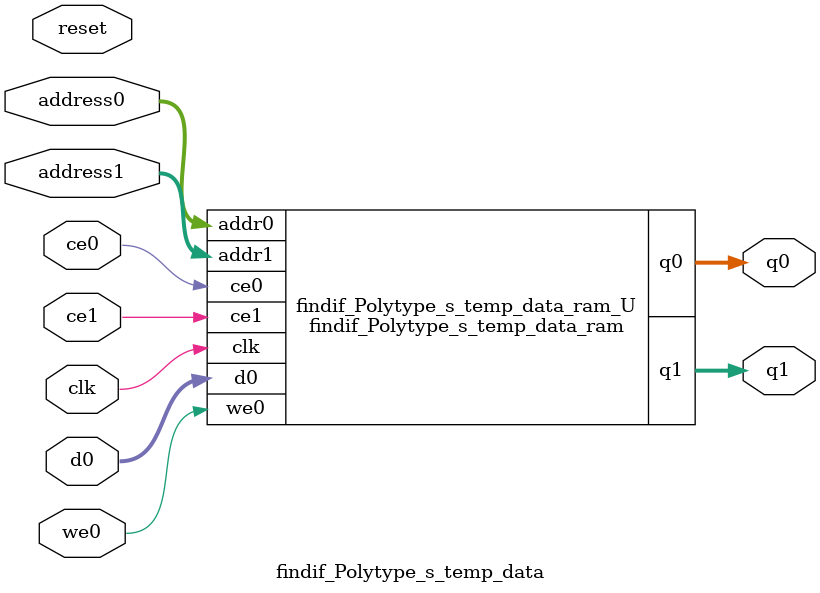
<source format=v>
/* verilator lint_off WIDTH */
// ==============================================================
// RTL generated by Vivado(TM) HLS - High-Level Synthesis from C, C++ and SystemC
// Version: 2014.1
// Copyright (C) 2014 Xilinx Inc. All rights reserved.
// 
// ===========================================================

`timescale 1 ns / 1 ps 

module mem_read_metadata (
        clk,
        reset,
        ap_start,
        ap_done,
        ap_idle,
        ap_ready,
        iface_req_V,
        iface_req_V_ap_vld,
        iface_req_V_ap_ack,
        iface_resp_V,
        iface_resp_V_ap_vld,
        iface_resp_V_ap_ack,
        addr_V,
        metadata_metadata_address0,
        metadata_metadata_ce0,
        metadata_metadata_we0,
        metadata_metadata_d0
);

parameter    ap_const_logic_1 = 1'b1;
parameter    ap_const_logic_0 = 1'b0;
parameter    ap_ST_st1_fsm_0 = 3'b000;
parameter    ap_ST_st2_fsm_1 = 3'b1;
parameter    ap_ST_st3_fsm_2 = 3'b10;
parameter    ap_ST_st4_fsm_3 = 3'b11;
parameter    ap_ST_st5_fsm_4 = 3'b100;
parameter    ap_ST_st6_fsm_5 = 3'b101;
parameter    ap_ST_st7_fsm_6 = 3'b110;
parameter    ap_const_lv1_0 = 1'b0;
parameter    ap_const_lv3_1 = 3'b1;
parameter    ap_const_lv3_0 = 3'b000;
parameter    ap_const_lv64_0 = 64'b0000000000000000000000000000000000000000000000000000000000000000;
parameter    ap_const_lv11_0 = 11'b00000000000;
parameter    ap_const_lv34_0 = 34'b0000000000000000000000000000000000;
parameter    ap_const_lv3_6 = 3'b110;
parameter    ap_const_lv32_4 = 32'b100;
parameter    ap_true = 1'b1;

input   clk;
input   reset;
input   ap_start;
output   ap_done;
output   ap_idle;
output   ap_ready;
output  [76:0] iface_req_V;
output   iface_req_V_ap_vld;
input   iface_req_V_ap_ack;
input  [44:0] iface_resp_V;
input   iface_resp_V_ap_vld;
output   iface_resp_V_ap_ack;
input  [31:0] addr_V;
output  [2:0] metadata_metadata_address0;
output   metadata_metadata_ce0;
output   metadata_metadata_we0;
output  [31:0] metadata_metadata_d0;

reg ap_done;
reg ap_idle;
reg ap_ready;
reg[76:0] iface_req_V;
reg iface_req_V_ap_vld;
reg iface_resp_V_ap_ack;
reg metadata_metadata_ce0;
reg metadata_metadata_we0;
reg   [2:0] ap_CS_fsm = 3'b000;
wire   [7:0] n_fields_V_fu_178_p1;
reg   [7:0] n_fields_V_reg_266;
wire   [0:0] tmp_2_fu_192_p2;
reg   [0:0] tmp_2_reg_274;
wire   [0:0] exitcond_fu_186_p2;
reg    ap_sig_ioackin_iface_req_V_ap_ack;
wire   [2:0] i_V_fu_236_p2;
reg    ap_sig_bdd_64;
wire   [2:0] i_fu_248_p2;
reg   [2:0] i_reg_286;
wire   [63:0] tmp_i_fu_254_p1;
reg   [63:0] tmp_i_reg_291;
wire   [0:0] exitcond_i_fu_242_p2;
wire   [31:0] mdata_1_q0;
reg   [31:0] mdata_load_reg_301;
reg   [2:0] mdata_1_address0;
reg    mdata_1_ce0;
reg    mdata_1_we0;
reg   [31:0] mdata_1_d0;
reg   [2:0] p_s_reg_125;
reg   [2:0] i_i_reg_137;
wire   [63:0] tmp_6_fu_231_p1;
reg   [31:0] tmp_addr_V_2_fu_42;
wire   [31:0] tmp_addr_V_fu_200_p2;
wire   [76:0] tmp_fu_153_p4;
wire   [76:0] tmp_228_fu_206_p4;
reg    ap_reg_ioackin_iface_req_V_ap_ack = 1'b0;
wire   [31:0] tmp_28_fu_173_p1;
wire   [31:0] tmp_30_fu_226_p1;
wire   [7:0] p_cast2_fu_182_p1;
reg   [2:0] ap_NS_fsm;


mem_read_metadata_mdata_1 #(
    .DataWidth( 32 ),
    .AddressRange( 6 ),
    .AddressWidth( 3 ))
mdata_1_U(
    .clk( clk ),
    .reset( reset ),
    .address0( mdata_1_address0 ),
    .ce0( mdata_1_ce0 ),
    .we0( mdata_1_we0 ),
    .d0( mdata_1_d0 ),
    .q0( mdata_1_q0 )
);



/// the current state (ap_CS_fsm) of the state machine. ///
always @ (posedge clk)
begin : ap_ret_ap_CS_fsm
    if (reset == 1'b1) begin
        ap_CS_fsm <= ap_ST_st1_fsm_0;
    end else begin
        ap_CS_fsm <= ap_NS_fsm;
    end
end

/// ap_reg_ioackin_iface_req_V_ap_ack assign process. ///
always @ (posedge clk)
begin : ap_ret_ap_reg_ioackin_iface_req_V_ap_ack
    if (reset == 1'b1) begin
        ap_reg_ioackin_iface_req_V_ap_ack <= ap_const_logic_0;
    end else begin
        if ((((ap_ST_st1_fsm_0 == ap_CS_fsm) & ~((ap_const_logic_0 == ap_sig_ioackin_iface_req_V_ap_ack) | (ap_start == ap_const_logic_0))) | ((ap_ST_st3_fsm_2 == ap_CS_fsm) & (exitcond_fu_186_p2 == ap_const_lv1_0) & ~(tmp_2_fu_192_p2 == ap_const_lv1_0) & ~((exitcond_fu_186_p2 == ap_const_lv1_0) & ~(tmp_2_fu_192_p2 == ap_const_lv1_0) & (ap_const_logic_0 == ap_sig_ioackin_iface_req_V_ap_ack))))) begin
            ap_reg_ioackin_iface_req_V_ap_ack <= ap_const_logic_0;
        end else if ((((ap_ST_st1_fsm_0 == ap_CS_fsm) & (ap_const_logic_1 == iface_req_V_ap_ack) & ~(ap_start == ap_const_logic_0)) | ((ap_ST_st3_fsm_2 == ap_CS_fsm) & (exitcond_fu_186_p2 == ap_const_lv1_0) & ~(tmp_2_fu_192_p2 == ap_const_lv1_0) & (ap_const_logic_1 == iface_req_V_ap_ack)))) begin
            ap_reg_ioackin_iface_req_V_ap_ack <= ap_const_logic_1;
        end
    end
end

/// assign process. ///
always @(posedge clk)
begin
    if (((ap_ST_st3_fsm_2 == ap_CS_fsm) & ~((exitcond_fu_186_p2 == ap_const_lv1_0) & ~(tmp_2_fu_192_p2 == ap_const_lv1_0) & (ap_const_logic_0 == ap_sig_ioackin_iface_req_V_ap_ack)) & ~(exitcond_fu_186_p2 == ap_const_lv1_0))) begin
        i_i_reg_137 <= ap_const_lv3_0;
    end else if ((ap_ST_st7_fsm_6 == ap_CS_fsm)) begin
        i_i_reg_137 <= i_reg_286;
    end
end

/// assign process. ///
always @(posedge clk)
begin
    if (((ap_ST_st4_fsm_3 == ap_CS_fsm) & ~ap_sig_bdd_64)) begin
        p_s_reg_125 <= i_V_fu_236_p2;
    end else if (((ap_ST_st2_fsm_1 == ap_CS_fsm) & ~(iface_resp_V_ap_vld == ap_const_logic_0))) begin
        p_s_reg_125 <= ap_const_lv3_1;
    end
end

/// assign process. ///
always @(posedge clk)
begin
    if (((ap_ST_st3_fsm_2 == ap_CS_fsm) & (exitcond_fu_186_p2 == ap_const_lv1_0) & ~(tmp_2_fu_192_p2 == ap_const_lv1_0) & ~((exitcond_fu_186_p2 == ap_const_lv1_0) & ~(tmp_2_fu_192_p2 == ap_const_lv1_0) & (ap_const_logic_0 == ap_sig_ioackin_iface_req_V_ap_ack)))) begin
        tmp_addr_V_2_fu_42 <= tmp_addr_V_fu_200_p2;
    end else if (((ap_ST_st1_fsm_0 == ap_CS_fsm) & ~((ap_const_logic_0 == ap_sig_ioackin_iface_req_V_ap_ack) | (ap_start == ap_const_logic_0)))) begin
        tmp_addr_V_2_fu_42 <= addr_V;
    end
end

/// assign process. ///
always @(posedge clk)
begin
    if ((ap_ST_st5_fsm_4 == ap_CS_fsm)) begin
        i_reg_286 <= i_fu_248_p2;
    end
end

/// assign process. ///
always @(posedge clk)
begin
    if ((ap_ST_st6_fsm_5 == ap_CS_fsm)) begin
        mdata_load_reg_301 <= mdata_1_q0;
    end
end

/// assign process. ///
always @(posedge clk)
begin
    if (((ap_ST_st2_fsm_1 == ap_CS_fsm) & ~(iface_resp_V_ap_vld == ap_const_logic_0))) begin
        n_fields_V_reg_266 <= n_fields_V_fu_178_p1;
    end
end

/// assign process. ///
always @(posedge clk)
begin
    if (((ap_ST_st3_fsm_2 == ap_CS_fsm) & (exitcond_fu_186_p2 == ap_const_lv1_0) & ~((exitcond_fu_186_p2 == ap_const_lv1_0) & ~(tmp_2_fu_192_p2 == ap_const_lv1_0) & (ap_const_logic_0 == ap_sig_ioackin_iface_req_V_ap_ack)))) begin
        tmp_2_reg_274 <= tmp_2_fu_192_p2;
    end
end

/// assign process. ///
always @(posedge clk)
begin
    if (((ap_ST_st5_fsm_4 == ap_CS_fsm) & (ap_const_lv1_0 == exitcond_i_fu_242_p2))) begin
        tmp_i_reg_291[0] <= tmp_i_fu_254_p1[0];
tmp_i_reg_291[1] <= tmp_i_fu_254_p1[1];
tmp_i_reg_291[2] <= tmp_i_fu_254_p1[2];
    end
end

/// ap_done assign process. ///
always @ (ap_start or ap_CS_fsm or exitcond_i_fu_242_p2)
begin
    if (((~(ap_const_logic_1 == ap_start) & (ap_ST_st1_fsm_0 == ap_CS_fsm)) | ((ap_ST_st5_fsm_4 == ap_CS_fsm) & ~(ap_const_lv1_0 == exitcond_i_fu_242_p2)))) begin
        ap_done = ap_const_logic_1;
    end else begin
        ap_done = ap_const_logic_0;
    end
end

/// ap_idle assign process. ///
always @ (ap_start or ap_CS_fsm)
begin
    if ((~(ap_const_logic_1 == ap_start) & (ap_ST_st1_fsm_0 == ap_CS_fsm))) begin
        ap_idle = ap_const_logic_1;
    end else begin
        ap_idle = ap_const_logic_0;
    end
end

/// ap_ready assign process. ///
always @ (ap_CS_fsm or exitcond_i_fu_242_p2)
begin
    if (((ap_ST_st5_fsm_4 == ap_CS_fsm) & ~(ap_const_lv1_0 == exitcond_i_fu_242_p2))) begin
        ap_ready = ap_const_logic_1;
    end else begin
        ap_ready = ap_const_logic_0;
    end
end

/// ap_sig_ioackin_iface_req_V_ap_ack assign process. ///
always @ (iface_req_V_ap_ack or ap_reg_ioackin_iface_req_V_ap_ack)
begin
    if ((ap_const_logic_0 == ap_reg_ioackin_iface_req_V_ap_ack)) begin
        ap_sig_ioackin_iface_req_V_ap_ack = iface_req_V_ap_ack;
    end else begin
        ap_sig_ioackin_iface_req_V_ap_ack = ap_const_logic_1;
    end
end

/// iface_req_V assign process. ///
always @ (ap_start or ap_CS_fsm or tmp_2_fu_192_p2 or exitcond_fu_186_p2 or ap_sig_ioackin_iface_req_V_ap_ack or tmp_fu_153_p4 or tmp_228_fu_206_p4)
begin
    if (((ap_ST_st3_fsm_2 == ap_CS_fsm) & (exitcond_fu_186_p2 == ap_const_lv1_0) & ~(tmp_2_fu_192_p2 == ap_const_lv1_0) & ~((exitcond_fu_186_p2 == ap_const_lv1_0) & ~(tmp_2_fu_192_p2 == ap_const_lv1_0) & (ap_const_logic_0 == ap_sig_ioackin_iface_req_V_ap_ack)))) begin
        iface_req_V = tmp_228_fu_206_p4;
    end else if (((ap_ST_st1_fsm_0 == ap_CS_fsm) & ~((ap_const_logic_0 == ap_sig_ioackin_iface_req_V_ap_ack) | (ap_start == ap_const_logic_0)))) begin
        iface_req_V = tmp_fu_153_p4;
    end else begin
        iface_req_V = 'bx;
    end
end

/// iface_req_V_ap_vld assign process. ///
always @ (ap_start or ap_CS_fsm or tmp_2_fu_192_p2 or exitcond_fu_186_p2 or ap_reg_ioackin_iface_req_V_ap_ack)
begin
    if ((((ap_ST_st1_fsm_0 == ap_CS_fsm) & ~(ap_start == ap_const_logic_0) & (ap_const_logic_0 == ap_reg_ioackin_iface_req_V_ap_ack)) | ((ap_ST_st3_fsm_2 == ap_CS_fsm) & (exitcond_fu_186_p2 == ap_const_lv1_0) & ~(tmp_2_fu_192_p2 == ap_const_lv1_0) & (ap_const_logic_0 == ap_reg_ioackin_iface_req_V_ap_ack)))) begin
        iface_req_V_ap_vld = ap_const_logic_1;
    end else begin
        iface_req_V_ap_vld = ap_const_logic_0;
    end
end

/// iface_resp_V_ap_ack assign process. ///
always @ (ap_CS_fsm or iface_resp_V_ap_vld or tmp_2_reg_274 or ap_sig_bdd_64)
begin
    if ((((ap_ST_st2_fsm_1 == ap_CS_fsm) & ~(iface_resp_V_ap_vld == ap_const_logic_0)) | ((ap_ST_st4_fsm_3 == ap_CS_fsm) & ~(tmp_2_reg_274 == ap_const_lv1_0) & ~ap_sig_bdd_64))) begin
        iface_resp_V_ap_ack = ap_const_logic_1;
    end else begin
        iface_resp_V_ap_ack = ap_const_logic_0;
    end
end

/// mdata_1_address0 assign process. ///
always @ (ap_CS_fsm or tmp_i_fu_254_p1 or tmp_6_fu_231_p1)
begin
    if ((ap_ST_st4_fsm_3 == ap_CS_fsm)) begin
        mdata_1_address0 = tmp_6_fu_231_p1;
    end else if ((ap_ST_st2_fsm_1 == ap_CS_fsm)) begin
        mdata_1_address0 = ap_const_lv64_0;
    end else if ((ap_ST_st5_fsm_4 == ap_CS_fsm)) begin
        mdata_1_address0 = tmp_i_fu_254_p1;
    end else begin
        mdata_1_address0 = 'bx;
    end
end

/// mdata_1_ce0 assign process. ///
always @ (ap_CS_fsm or iface_resp_V_ap_vld or ap_sig_bdd_64)
begin
    if ((((ap_ST_st2_fsm_1 == ap_CS_fsm) & ~(iface_resp_V_ap_vld == ap_const_logic_0)) | ((ap_ST_st4_fsm_3 == ap_CS_fsm) & ~ap_sig_bdd_64) | (ap_ST_st5_fsm_4 == ap_CS_fsm))) begin
        mdata_1_ce0 = ap_const_logic_1;
    end else begin
        mdata_1_ce0 = ap_const_logic_0;
    end
end

/// mdata_1_d0 assign process. ///
always @ (ap_CS_fsm or tmp_28_fu_173_p1 or tmp_30_fu_226_p1)
begin
    if ((ap_ST_st4_fsm_3 == ap_CS_fsm)) begin
        mdata_1_d0 = tmp_30_fu_226_p1;
    end else if ((ap_ST_st2_fsm_1 == ap_CS_fsm)) begin
        mdata_1_d0 = tmp_28_fu_173_p1;
    end else begin
        mdata_1_d0 = 'bx;
    end
end

/// mdata_1_we0 assign process. ///
always @ (ap_CS_fsm or iface_resp_V_ap_vld or tmp_2_reg_274 or ap_sig_bdd_64)
begin
    if ((((ap_ST_st2_fsm_1 == ap_CS_fsm) & ~(iface_resp_V_ap_vld == ap_const_logic_0)) | ((ap_ST_st4_fsm_3 == ap_CS_fsm) & ~(tmp_2_reg_274 == ap_const_lv1_0) & ~ap_sig_bdd_64))) begin
        mdata_1_we0 = ap_const_logic_1;
    end else begin
        mdata_1_we0 = ap_const_logic_0;
    end
end

/// metadata_metadata_ce0 assign process. ///
always @ (ap_CS_fsm)
begin
    if ((ap_ST_st7_fsm_6 == ap_CS_fsm)) begin
        metadata_metadata_ce0 = ap_const_logic_1;
    end else begin
        metadata_metadata_ce0 = ap_const_logic_0;
    end
end

/// metadata_metadata_we0 assign process. ///
always @ (ap_CS_fsm)
begin
    if ((ap_ST_st7_fsm_6 == ap_CS_fsm)) begin
        metadata_metadata_we0 = ap_const_logic_1;
    end else begin
        metadata_metadata_we0 = ap_const_logic_0;
    end
end
always @ (ap_start or ap_CS_fsm or iface_resp_V_ap_vld or tmp_2_fu_192_p2 or exitcond_fu_186_p2 or ap_sig_ioackin_iface_req_V_ap_ack or ap_sig_bdd_64 or exitcond_i_fu_242_p2)
begin
    case (ap_CS_fsm)
        ap_ST_st1_fsm_0 : 
            if (~((ap_const_logic_0 == ap_sig_ioackin_iface_req_V_ap_ack) | (ap_start == ap_const_logic_0))) begin
                ap_NS_fsm = ap_ST_st2_fsm_1;
            end else begin
                ap_NS_fsm = ap_ST_st1_fsm_0;
            end
        ap_ST_st2_fsm_1 : 
            if (~(iface_resp_V_ap_vld == ap_const_logic_0)) begin
                ap_NS_fsm = ap_ST_st3_fsm_2;
            end else begin
                ap_NS_fsm = ap_ST_st2_fsm_1;
            end
        ap_ST_st3_fsm_2 : 
            if (((exitcond_fu_186_p2 == ap_const_lv1_0) & ~((exitcond_fu_186_p2 == ap_const_lv1_0) & ~(tmp_2_fu_192_p2 == ap_const_lv1_0) & (ap_const_logic_0 == ap_sig_ioackin_iface_req_V_ap_ack)))) begin
                ap_NS_fsm = ap_ST_st4_fsm_3;
            end else if ((~((exitcond_fu_186_p2 == ap_const_lv1_0) & ~(tmp_2_fu_192_p2 == ap_const_lv1_0) & (ap_const_logic_0 == ap_sig_ioackin_iface_req_V_ap_ack)) & ~(exitcond_fu_186_p2 == ap_const_lv1_0))) begin
                ap_NS_fsm = ap_ST_st5_fsm_4;
            end else begin
                ap_NS_fsm = ap_ST_st3_fsm_2;
            end
        ap_ST_st4_fsm_3 : 
            if (~ap_sig_bdd_64) begin
                ap_NS_fsm = ap_ST_st3_fsm_2;
            end else begin
                ap_NS_fsm = ap_ST_st4_fsm_3;
            end
        ap_ST_st5_fsm_4 : 
            if (~(ap_const_lv1_0 == exitcond_i_fu_242_p2)) begin
                ap_NS_fsm = ap_ST_st1_fsm_0;
            end else begin
                ap_NS_fsm = ap_ST_st6_fsm_5;
            end
        ap_ST_st6_fsm_5 : 
            ap_NS_fsm = ap_ST_st7_fsm_6;
        ap_ST_st7_fsm_6 : 
            ap_NS_fsm = ap_ST_st5_fsm_4;
        default : 
            ap_NS_fsm = 'bx;
    endcase
end

/// ap_sig_bdd_64 assign process. ///
always @ (iface_resp_V_ap_vld or tmp_2_reg_274)
begin
    ap_sig_bdd_64 = ((iface_resp_V_ap_vld == ap_const_logic_0) & ~(tmp_2_reg_274 == ap_const_lv1_0));
end
assign exitcond_fu_186_p2 = (p_s_reg_125 == ap_const_lv3_6? 1'b1: 1'b0);
assign exitcond_i_fu_242_p2 = (i_i_reg_137 == ap_const_lv3_6? 1'b1: 1'b0);
assign i_V_fu_236_p2 = (p_s_reg_125 + ap_const_lv3_1);
assign i_fu_248_p2 = (i_i_reg_137 + ap_const_lv3_1);
assign metadata_metadata_address0 = tmp_i_reg_291;
assign metadata_metadata_d0 = mdata_load_reg_301;
assign n_fields_V_fu_178_p1 = iface_resp_V[7:0];
assign p_cast2_fu_182_p1 = $unsigned(p_s_reg_125);
assign tmp_228_fu_206_p4 = {{{ap_const_lv11_0}, {tmp_addr_V_fu_200_p2}}, {ap_const_lv34_0}};
assign tmp_28_fu_173_p1 = iface_resp_V[31:0];
assign tmp_2_fu_192_p2 = (p_cast2_fu_182_p1 < n_fields_V_reg_266? 1'b1: 1'b0);
assign tmp_30_fu_226_p1 = iface_resp_V[31:0];
assign tmp_6_fu_231_p1 = $unsigned(p_s_reg_125);
assign tmp_addr_V_fu_200_p2 = (tmp_addr_V_2_fu_42 + ap_const_lv32_4);
assign tmp_fu_153_p4 = {{{ap_const_lv11_0}, {addr_V}}, {ap_const_lv34_0}};
assign tmp_i_fu_254_p1 = $unsigned(i_i_reg_137);
always @ (posedge clk)
begin
    tmp_i_reg_291[63:3] <= 61'b0000000000000000000000000000000000000000000000000000000000000;
end



endmodule //mem_read_metadata

// ==============================================================
// RTL generated by Vivado(TM) HLS - High-Level Synthesis from C, C++ and SystemC
// Version: 2014.1
// Copyright (C) 2014 Xilinx Inc. All rights reserved.
// 
// ===========================================================

`timescale 1 ns / 1 ps 

module findif_Polytype_s (
        clk,
        reset,
        ap_start,
        ap_done,
        ap_idle,
        ap_ready,
        agg_result_m_ds_id_write,
        begin_m_index,
        p_read2,
        p_read3,
        p_read4,
        pred_val_V,
        g_dstu_iface_req_V,
        g_dstu_iface_req_V_ap_vld,
        g_dstu_iface_req_V_ap_ack,
        g_dstu_iface_resp_V,
        g_dstu_iface_resp_V_ap_vld,
        g_dstu_iface_resp_V_ap_ack,
        ap_return
);

parameter    ap_const_logic_1 = 1'b1;
parameter    ap_const_logic_0 = 1'b0;
parameter    ap_ST_st1_fsm_0 = 6'b000000;
parameter    ap_ST_st2_fsm_1 = 6'b1;
parameter    ap_ST_st3_fsm_2 = 6'b10;
parameter    ap_ST_st4_fsm_3 = 6'b11;
parameter    ap_ST_st5_fsm_4 = 6'b100;
parameter    ap_ST_st6_fsm_5 = 6'b101;
parameter    ap_ST_st7_fsm_6 = 6'b110;
parameter    ap_ST_st8_fsm_7 = 6'b111;
parameter    ap_ST_st9_fsm_8 = 6'b1000;
parameter    ap_ST_st10_fsm_9 = 6'b1001;
parameter    ap_ST_st11_fsm_10 = 6'b1010;
parameter    ap_ST_st12_fsm_11 = 6'b1011;
parameter    ap_ST_st13_fsm_12 = 6'b1100;
parameter    ap_ST_st14_fsm_13 = 6'b1101;
parameter    ap_ST_st15_fsm_14 = 6'b1110;
parameter    ap_ST_st16_fsm_15 = 6'b1111;
parameter    ap_ST_st17_fsm_16 = 6'b10000;
parameter    ap_ST_st18_fsm_17 = 6'b10001;
parameter    ap_ST_st19_fsm_18 = 6'b10010;
parameter    ap_ST_st20_fsm_19 = 6'b10011;
parameter    ap_ST_st21_fsm_20 = 6'b10100;
parameter    ap_ST_st22_fsm_21 = 6'b10101;
parameter    ap_ST_st23_fsm_22 = 6'b10110;
parameter    ap_ST_st24_fsm_23 = 6'b10111;
parameter    ap_ST_st25_fsm_24 = 6'b11000;
parameter    ap_ST_st26_fsm_25 = 6'b11001;
parameter    ap_ST_st27_fsm_26 = 6'b11010;
parameter    ap_ST_st28_fsm_27 = 6'b11011;
parameter    ap_ST_st29_fsm_28 = 6'b11100;
parameter    ap_ST_st30_fsm_29 = 6'b11101;
parameter    ap_ST_st31_fsm_30 = 6'b11110;
parameter    ap_ST_st32_fsm_31 = 6'b11111;
parameter    ap_ST_st33_fsm_32 = 6'b100000;
parameter    ap_const_lv1_0 = 1'b0;
parameter    ap_const_lv3_2 = 3'b10;
parameter    ap_const_lv3_1 = 3'b1;
parameter    ap_const_lv3_0 = 3'b000;
parameter    ap_const_lv8_B = 8'b1011;
parameter    ap_const_lv8_6 = 8'b110;
parameter    ap_const_lv8_5 = 8'b101;
parameter    ap_const_lv8_4 = 8'b100;
parameter    ap_const_lv8_3 = 8'b11;
parameter    ap_const_lv8_2 = 8'b10;
parameter    ap_const_lv8_1 = 8'b1;
parameter    ap_const_lv8_0 = 8'b00000000;
parameter    ap_const_lv64_0 = 64'b0000000000000000000000000000000000000000000000000000000000000000;
parameter    ap_const_lv64_1 = 64'b1;
parameter    ap_const_lv64_2 = 64'b10;
parameter    ap_const_lv32_B = 32'b1011;
parameter    ap_const_lv32_2A = 32'b101010;
parameter    ap_const_lv32_1 = 32'b1;
parameter    ap_const_lv32_1F = 32'b11111;
parameter    ap_const_lv32_7 = 32'b111;
parameter    ap_const_lv32_F = 32'b1111;
parameter    ap_const_lv32_0 = 32'b00000000000000000000000000000000;
parameter    ap_const_lv31_1 = 31'b1;
parameter    ap_const_lv9_0 = 9'b000000000;
parameter    ap_const_lv9_1 = 9'b1;
parameter    ap_const_lv16_0 = 16'b0000000000000000;
parameter    ap_const_lv16_1 = 16'b1;
parameter    ap_const_lv7_1 = 7'b1;
parameter    ap_const_lv7_0 = 7'b0000000;
parameter    ap_const_lv15_1 = 15'b1;
parameter    ap_const_lv15_0 = 15'b000000000000000;
parameter    ap_const_lv31_0 = 31'b0000000000000000000000000000000;
parameter    ap_true = 1'b1;

input   clk;
input   reset;
input   ap_start;
output   ap_done;
output   ap_idle;
output   ap_ready;
input  [31:0] agg_result_m_ds_id_write;
input  [31:0] begin_m_index;
input  [7:0] p_read2;
input  [7:0] p_read3;
input  [31:0] p_read4;
input  [2:0] pred_val_V;
output  [105:0] g_dstu_iface_req_V;
output   g_dstu_iface_req_V_ap_vld;
input   g_dstu_iface_req_V_ap_ack;
input  [51:0] g_dstu_iface_resp_V;
input   g_dstu_iface_resp_V_ap_vld;
output   g_dstu_iface_resp_V_ap_ack;
output  [31:0] ap_return;

reg ap_done;
reg ap_idle;
reg ap_ready;
reg[105:0] g_dstu_iface_req_V;
reg g_dstu_iface_req_V_ap_vld;
reg g_dstu_iface_resp_V_ap_ack;
reg   [5:0] ap_CS_fsm = 6'b000000;
wire   [31:0] temp_data_q1;
reg   [31:0] reg_311;
wire   [31:0] temp_data_q0;
reg   [0:0] or_cond2_reg_792;
reg   [0:0] or_cond3_reg_798;
reg   [30:0] reg_316;
reg   [14:0] reg_320;
reg   [0:0] or_cond_reg_786;
reg   [0:0] sel_tmp8_i_reg_709;
reg   [30:0] reg_324;
reg   [0:0] sel_tmp4_i_reg_780;
wire   [7:0] p_read_2_read_fu_110_p2;
wire   [0:0] sel_tmp6_i_fu_346_p2;
reg   [0:0] sel_tmp6_i_reg_704;
wire   [0:0] sel_tmp8_i_fu_352_p2;
wire   [0:0] sel_tmp10_i_fu_358_p2;
reg   [0:0] sel_tmp10_i_reg_716;
wire   [0:0] sel_tmp12_i_fu_364_p2;
reg   [0:0] sel_tmp12_i_reg_721;
wire   [2:0] pred_val_V_read_read_fu_116_p2;
wire   [10:0] tmp_id_V_fu_370_p1;
reg   [10:0] tmp_id_V_reg_747;
wire   [0:0] tmp_i5_fu_374_p2;
reg   [0:0] tmp_i5_reg_753;
wire   [2:0] temp_data_addr_gep_fu_180_p3;
reg   [2:0] temp_data_addr_reg_757;
wire   [2:0] temp_data_addr_1_gep_fu_187_p3;
reg   [2:0] temp_data_addr_1_reg_763;
wire   [2:0] temp_data_addr_2_gep_fu_194_p3;
reg   [2:0] temp_data_addr_2_reg_768;
wire   [0:0] sel_tmp_i_fu_380_p2;
reg   [0:0] sel_tmp_i_reg_774;
wire   [0:0] sel_tmp4_i_fu_390_p2;
wire   [0:0] or_cond_fu_395_p2;
wire   [0:0] or_cond2_fu_403_p2;
wire   [0:0] or_cond3_fu_409_p2;
wire   [0:0] tmp_i_fu_415_p2;
reg   [0:0] tmp_i_reg_804;
reg    ap_sig_ioackin_g_dstu_iface_req_V_ap_ack;
wire   [21:0] tmp_iter_V_fu_420_p1;
reg   [21:0] tmp_iter_V_reg_808;
wire   [63:0] tmp_i_54_fu_445_p1;
reg   [63:0] tmp_i_54_reg_813;
reg    ap_sig_bdd_170;
wire   [0:0] tmp_14_i_fu_449_p2;
wire   [7:0] tmp_10_fu_464_p1;
reg   [7:0] tmp_10_reg_821;
wire   [0:0] grp_fu_328_p2;
reg   [0:0] tmp_s_reg_826;
reg   [31:0] temp_data_load_13_reg_830;
wire   [31:0] begin_m_index_assign_fu_531_p2;
wire   [0:0] newSel11_fu_507_p3;
wire   [0:0] newSel5_fu_524_p3;
reg   [0:0] p_01_i_phi_fu_239_p14;
wire   [15:0] tmp_24_fu_537_p1;
reg   [15:0] tmp_24_reg_856;
wire   [0:0] tmp_4_fu_541_p2;
wire   [15:0] tmp_23_fu_546_p1;
reg   [15:0] tmp_23_reg_866;
wire   [0:0] tmp_3_fu_550_p2;
wire   [7:0] tmp_22_fu_555_p1;
reg   [7:0] tmp_22_reg_876;
wire   [0:0] tmp_2_fu_559_p2;
wire   [7:0] tmp_21_fu_564_p1;
reg   [7:0] tmp_21_reg_886;
wire   [0:0] tmp_1_fu_568_p2;
wire   [7:0] tmp_19_fu_573_p1;
reg   [7:0] tmp_19_reg_896;
wire   [15:0] tmp_20_fu_577_p1;
reg   [15:0] tmp_20_reg_902;
reg   [31:0] t_y_1_reg_908;
wire   [0:0] grp_fu_334_p2;
reg   [0:0] tmp_i_i_reg_913;
wire   [0:0] tmp1_fu_606_p2;
reg   [0:0] tmp1_reg_918;
wire   [0:0] newSel6_fu_611_p3;
reg   [0:0] newSel6_reg_923;
wire   [0:0] newSel7_fu_618_p3;
reg   [0:0] newSel7_reg_928;
wire   [0:0] newSel8_fu_625_p3;
reg   [0:0] newSel8_reg_933;
wire   [0:0] icmp_fu_632_p2;
reg   [0:0] icmp_reg_938;
wire   [0:0] icmp1_fu_638_p2;
reg   [0:0] icmp1_reg_943;
wire   [0:0] grp_fu_340_p2;
reg   [0:0] icmp7_reg_948;
wire   [0:0] sel_tmp1_i_fu_672_p2;
reg   [0:0] sel_tmp1_i_reg_953;
wire   [0:0] newSel_fu_678_p3;
reg   [0:0] newSel_reg_958;
wire   [0:0] newSel1_fu_683_p3;
reg   [0:0] newSel1_reg_963;
wire   [0:0] newSel2_fu_690_p3;
reg   [0:0] newSel2_reg_968;
reg   [2:0] temp_data_address0;
reg    temp_data_ce0;
reg    temp_data_we0;
wire   [31:0] temp_data_d0;
reg   [2:0] temp_data_address1;
reg    temp_data_ce1;
reg   [31:0] p_iterator_Polytype_m_index_read_assign_reg_215;
reg   [7:0] i_i_reg_225;
reg   [0:0] p_01_i_reg_236;
wire   [0:0] tmp_7_fu_486_p2;
wire   [105:0] tmp20_fu_424_p5;
wire   [105:0] tmp_2_1_fu_468_p6;
reg    ap_reg_ioackin_g_dstu_iface_req_V_ap_ack = 1'b0;
wire   [0:0] sel_tmp2_i_fu_385_p2;
wire   [0:0] or_cond1_fu_399_p2;
wire   [8:0] i_i_cast_fu_441_p1;
wire   [8:0] i_fu_454_p2;
wire   [31:0] val_assign_13_cast1_fu_460_p1;
wire   [0:0] sel_tmp1_i1_fu_492_p2;
wire   [0:0] newSel9_fu_496_p3;
wire   [0:0] newSel10_fu_501_p3;
wire   [0:0] newSel3_fu_514_p3;
wire   [0:0] newSel4_fu_519_p3;
wire   [0:0] tmp_i_i9_fu_601_p2;
wire   [0:0] tmp_i6_fu_581_p2;
wire   [0:0] tmp_8_i_fu_586_p2;
wire   [0:0] tmp_9_i_fu_591_p2;
wire   [0:0] tmp_10_i_fu_596_p2;
wire   [6:0] grp_fu_281_p4;
wire   [0:0] tmp_fu_668_p2;
wire   [0:0] icmp2_fu_644_p2;
wire   [0:0] icmp3_fu_650_p2;
wire   [0:0] icmp4_fu_656_p2;
wire   [0:0] icmp5_fu_662_p2;
reg   [5:0] ap_NS_fsm;


findif_Polytype_s_temp_data #(
    .DataWidth( 32 ),
    .AddressRange( 6 ),
    .AddressWidth( 3 ))
temp_data_U(
    .clk( clk ),
    .reset( reset ),
    .address0( temp_data_address0 ),
    .ce0( temp_data_ce0 ),
    .we0( temp_data_we0 ),
    .d0( temp_data_d0 ),
    .q0( temp_data_q0 ),
    .address1( temp_data_address1 ),
    .ce1( temp_data_ce1 ),
    .q1( temp_data_q1 )
);



/// the current state (ap_CS_fsm) of the state machine. ///
always @ (posedge clk)
begin : ap_ret_ap_CS_fsm
    if (reset == 1'b1) begin
        ap_CS_fsm <= ap_ST_st1_fsm_0;
    end else begin
        ap_CS_fsm <= ap_NS_fsm;
    end
end

/// ap_reg_ioackin_g_dstu_iface_req_V_ap_ack assign process. ///
always @ (posedge clk)
begin : ap_ret_ap_reg_ioackin_g_dstu_iface_req_V_ap_ack
    if (reset == 1'b1) begin
        ap_reg_ioackin_g_dstu_iface_req_V_ap_ack <= ap_const_logic_0;
    end else begin
        if ((((ap_const_lv1_0 == tmp_i5_reg_753) & (ap_ST_st4_fsm_3 == ap_CS_fsm) & ~(ap_const_lv1_0 == tmp_14_i_fu_449_p2) & ~(ap_sig_bdd_170 | ((ap_const_lv1_0 == tmp_i5_reg_753) & (ap_const_logic_0 == ap_sig_ioackin_g_dstu_iface_req_V_ap_ack) & ~(ap_const_lv1_0 == tmp_14_i_fu_449_p2)))) | ((ap_ST_st3_fsm_2 == ap_CS_fsm) & (ap_const_lv1_0 == tmp_i_fu_415_p2) & ~(ap_const_lv1_0 == tmp_i5_reg_753) & ~((ap_const_lv1_0 == tmp_i_fu_415_p2) & ~(ap_const_lv1_0 == tmp_i5_reg_753) & (ap_const_logic_0 == ap_sig_ioackin_g_dstu_iface_req_V_ap_ack))))) begin
            ap_reg_ioackin_g_dstu_iface_req_V_ap_ack <= ap_const_logic_0;
        end else if ((((ap_ST_st3_fsm_2 == ap_CS_fsm) & (ap_const_lv1_0 == tmp_i_fu_415_p2) & ~(ap_const_lv1_0 == tmp_i5_reg_753) & (ap_const_logic_1 == g_dstu_iface_req_V_ap_ack)) | ((ap_const_lv1_0 == tmp_i5_reg_753) & (ap_ST_st4_fsm_3 == ap_CS_fsm) & ~(ap_const_lv1_0 == tmp_14_i_fu_449_p2) & (ap_const_logic_1 == g_dstu_iface_req_V_ap_ack) & ~ap_sig_bdd_170))) begin
            ap_reg_ioackin_g_dstu_iface_req_V_ap_ack <= ap_const_logic_1;
        end
    end
end

/// assign process. ///
always @(posedge clk)
begin
    if (((ap_ST_st3_fsm_2 == ap_CS_fsm) & (ap_const_lv1_0 == tmp_i_fu_415_p2) & (ap_const_lv1_0 == tmp_i5_reg_753) & ~((ap_const_lv1_0 == tmp_i_fu_415_p2) & ~(ap_const_lv1_0 == tmp_i5_reg_753) & (ap_const_logic_0 == ap_sig_ioackin_g_dstu_iface_req_V_ap_ack)))) begin
        i_i_reg_225 <= ap_const_lv8_0;
    end else if (((ap_ST_st5_fsm_4 == ap_CS_fsm) & ~(g_dstu_iface_resp_V_ap_vld == ap_const_logic_0))) begin
        i_i_reg_225 <= tmp_10_reg_821;
    end
end

/// assign process. ///
always @(posedge clk)
begin
    if (((ap_ST_st9_fsm_8 == ap_CS_fsm) & (ap_const_lv1_0 == tmp_i_reg_804) & (pred_val_V_read_read_fu_116_p2 == ap_const_lv3_2) & (p_read_2_read_fu_110_p2 == ap_const_lv8_B) & ~(ap_const_lv1_0 == tmp_s_reg_826))) begin
        p_01_i_reg_236 <= tmp_7_fu_486_p2;
    end else if ((ap_ST_st27_fsm_26 == ap_CS_fsm)) begin
        p_01_i_reg_236 <= tmp_1_fu_568_p2;
    end else if ((ap_ST_st24_fsm_23 == ap_CS_fsm)) begin
        p_01_i_reg_236 <= tmp_2_fu_559_p2;
    end else if ((ap_ST_st21_fsm_20 == ap_CS_fsm)) begin
        p_01_i_reg_236 <= tmp_3_fu_550_p2;
    end else if ((ap_ST_st18_fsm_17 == ap_CS_fsm)) begin
        p_01_i_reg_236 <= tmp_4_fu_541_p2;
    end else if (((ap_ST_st12_fsm_11 == ap_CS_fsm) | (ap_ST_st15_fsm_14 == ap_CS_fsm))) begin
        p_01_i_reg_236 <= grp_fu_328_p2;
    end
end

/// assign process. ///
always @(posedge clk)
begin
    if (((ap_ST_st9_fsm_8 == ap_CS_fsm) & (((ap_const_lv1_0 == tmp_i_reg_804) & ~(pred_val_V_read_read_fu_116_p2 == ap_const_lv3_2) & ~(pred_val_V_read_read_fu_116_p2 == ap_const_lv3_1) & ~(pred_val_V_read_read_fu_116_p2 == ap_const_lv3_0)) | ((ap_const_lv1_0 == tmp_i_reg_804) & (pred_val_V_read_read_fu_116_p2 == ap_const_lv3_1) & (ap_const_lv1_0 == newSel11_fu_507_p3)) | ((ap_const_lv1_0 == tmp_i_reg_804) & (pred_val_V_read_read_fu_116_p2 == ap_const_lv3_0) & ~(ap_const_lv1_0 == newSel5_fu_524_p3)) | ((ap_const_lv1_0 == tmp_i_reg_804) & ~(pred_val_V_read_read_fu_116_p2 == ap_const_lv3_1) & ~(pred_val_V_read_read_fu_116_p2 == ap_const_lv3_0) & (p_read_2_read_fu_110_p2 == ap_const_lv8_B) & (ap_const_lv1_0 == tmp_s_reg_826)) | ((ap_const_lv1_0 == tmp_i_reg_804) & (pred_val_V_read_read_fu_116_p2 == ap_const_lv3_2) & (p_read_2_read_fu_110_p2 == ap_const_lv8_B) & (ap_const_lv1_0 == tmp_s_reg_826)) | ((ap_const_lv1_0 == tmp_i_reg_804) & ~(pred_val_V_read_read_fu_116_p2 == ap_const_lv3_1) & ~(pred_val_V_read_read_fu_116_p2 == ap_const_lv3_0) & (ap_const_lv1_0 == p_01_i_phi_fu_239_p14)) | ((ap_const_lv1_0 == tmp_i_reg_804) & (pred_val_V_read_read_fu_116_p2 == ap_const_lv3_2) & (ap_const_lv1_0 == p_01_i_phi_fu_239_p14)) | ((ap_const_lv1_0 == tmp_i_reg_804) & ~(pred_val_V_read_read_fu_116_p2 == ap_const_lv3_1) & ~(pred_val_V_read_read_fu_116_p2 == ap_const_lv3_0) & ~(p_read_2_read_fu_110_p2 == ap_const_lv8_B) & ~(p_read_2_read_fu_110_p2 == ap_const_lv8_6) & ~(p_read_2_read_fu_110_p2 == ap_const_lv8_5) & ~(p_read_2_read_fu_110_p2 == ap_const_lv8_4) & ~(p_read_2_read_fu_110_p2 == ap_const_lv8_3) & ~(p_read_2_read_fu_110_p2 == ap_const_lv8_2) & ~(p_read_2_read_fu_110_p2 == ap_const_lv8_1)) | ((ap_const_lv1_0 == tmp_i_reg_804) & (pred_val_V_read_read_fu_116_p2 == ap_const_lv3_2) & ~(p_read_2_read_fu_110_p2 == ap_const_lv8_B) & ~(p_read_2_read_fu_110_p2 == ap_const_lv8_6) & ~(p_read_2_read_fu_110_p2 == ap_const_lv8_5) & ~(p_read_2_read_fu_110_p2 == ap_const_lv8_4) & ~(p_read_2_read_fu_110_p2 == ap_const_lv8_3) & ~(p_read_2_read_fu_110_p2 == ap_const_lv8_2) & ~(p_read_2_read_fu_110_p2 == ap_const_lv8_1))))) begin
        p_iterator_Polytype_m_index_read_assign_reg_215 <= begin_m_index_assign_fu_531_p2;
    end else if ((ap_ST_st2_fsm_1 == ap_CS_fsm)) begin
        p_iterator_Polytype_m_index_read_assign_reg_215 <= begin_m_index;
    end
end

/// assign process. ///
always @(posedge clk)
begin
    if (((ap_ST_st11_fsm_10 == ap_CS_fsm) | (ap_ST_st29_fsm_28 == ap_CS_fsm))) begin
        reg_311 <= temp_data_q0;
    end else if (((ap_ST_st6_fsm_5 == ap_CS_fsm) | (ap_ST_st14_fsm_13 == ap_CS_fsm) | ((ap_ST_st28_fsm_27 == ap_CS_fsm) & (or_cond2_reg_792 == ap_const_lv1_0) & (ap_const_lv1_0 == or_cond3_reg_798)))) begin
        reg_311 <= temp_data_q1;
    end
end

/// assign process. ///
always @(posedge clk)
begin
    if (((ap_ST_st32_fsm_31 == ap_CS_fsm) & ~(ap_const_lv1_0 == or_cond3_reg_798) & ~(ap_const_lv1_0 == or_cond_reg_786) & (ap_const_lv1_0 == sel_tmp12_i_reg_721))) begin
        icmp1_reg_943 <= icmp1_fu_638_p2;
    end
end

/// assign process. ///
always @(posedge clk)
begin
    if (((or_cond2_reg_792 == ap_const_lv1_0) & (ap_const_lv1_0 == or_cond3_reg_798) & (ap_ST_st32_fsm_31 == ap_CS_fsm))) begin
        icmp7_reg_948 <= grp_fu_340_p2;
    end
end

/// assign process. ///
always @(posedge clk)
begin
    if (((ap_ST_st32_fsm_31 == ap_CS_fsm) & ~(ap_const_lv1_0 == or_cond3_reg_798) & ~(ap_const_lv1_0 == or_cond_reg_786) & ~(ap_const_lv1_0 == sel_tmp12_i_reg_721))) begin
        icmp_reg_938 <= icmp_fu_632_p2;
    end
end

/// assign process. ///
always @(posedge clk)
begin
    if (((ap_const_lv1_0 == or_cond_reg_786) & ~(ap_const_lv1_0 == or_cond3_reg_798) & (ap_ST_st33_fsm_32 == ap_CS_fsm))) begin
        newSel1_reg_963 <= newSel1_fu_683_p3;
    end
end

/// assign process. ///
always @(posedge clk)
begin
    if (((ap_const_lv1_0 == or_cond3_reg_798) & ~(or_cond2_reg_792 == ap_const_lv1_0) & (ap_ST_st33_fsm_32 == ap_CS_fsm))) begin
        newSel2_reg_968 <= newSel2_fu_690_p3;
    end
end

/// assign process. ///
always @(posedge clk)
begin
    if ((~(ap_const_lv1_0 == or_cond3_reg_798) & ~(ap_const_lv1_0 == or_cond_reg_786) & (ap_ST_st30_fsm_29 == ap_CS_fsm))) begin
        newSel6_reg_923 <= newSel6_fu_611_p3;
    end
end

/// assign process. ///
always @(posedge clk)
begin
    if (((ap_const_lv1_0 == or_cond_reg_786) & ~(ap_const_lv1_0 == or_cond3_reg_798) & (ap_ST_st30_fsm_29 == ap_CS_fsm))) begin
        newSel7_reg_928 <= newSel7_fu_618_p3;
    end
end

/// assign process. ///
always @(posedge clk)
begin
    if (((ap_const_lv1_0 == or_cond3_reg_798) & ~(or_cond2_reg_792 == ap_const_lv1_0) & (ap_ST_st30_fsm_29 == ap_CS_fsm))) begin
        newSel8_reg_933 <= newSel8_fu_625_p3;
    end
end

/// assign process. ///
always @(posedge clk)
begin
    if ((~(ap_const_lv1_0 == or_cond3_reg_798) & ~(ap_const_lv1_0 == or_cond_reg_786) & (ap_ST_st33_fsm_32 == ap_CS_fsm))) begin
        newSel_reg_958 <= newSel_fu_678_p3;
    end
end

/// assign process. ///
always @(posedge clk)
begin
    if ((ap_ST_st2_fsm_1 == ap_CS_fsm)) begin
        or_cond2_reg_792 <= or_cond2_fu_403_p2;
        or_cond3_reg_798 <= or_cond3_fu_409_p2;
        or_cond_reg_786 <= or_cond_fu_395_p2;
        sel_tmp4_i_reg_780 <= sel_tmp4_i_fu_390_p2;
        sel_tmp_i_reg_774 <= sel_tmp_i_fu_380_p2;
        tmp_i5_reg_753 <= tmp_i5_fu_374_p2;
        tmp_id_V_reg_747 <= tmp_id_V_fu_370_p1;
    end
end

/// assign process. ///
always @(posedge clk)
begin
    if ((((or_cond2_reg_792 == ap_const_lv1_0) & (ap_const_lv1_0 == or_cond3_reg_798) & (ap_ST_st31_fsm_30 == ap_CS_fsm)) | ((or_cond2_reg_792 == ap_const_lv1_0) & (ap_const_lv1_0 == or_cond3_reg_798) & (ap_ST_st32_fsm_31 == ap_CS_fsm)))) begin
        reg_316 <= {{temp_data_q1[ap_const_lv32_1F : ap_const_lv32_1]}};
    end
end

/// assign process. ///
always @(posedge clk)
begin
    if ((((ap_ST_st32_fsm_31 == ap_CS_fsm) & (ap_const_lv1_0 == or_cond_reg_786) & ~(ap_const_lv1_0 == or_cond3_reg_798) & ~(ap_const_lv1_0 == sel_tmp8_i_reg_709)) | ((ap_ST_st32_fsm_31 == ap_CS_fsm) & (ap_const_lv1_0 == or_cond_reg_786) & ~(ap_const_lv1_0 == or_cond3_reg_798) & (ap_const_lv1_0 == sel_tmp8_i_reg_709)))) begin
        reg_320 <= {{temp_data_q0[ap_const_lv32_F : ap_const_lv32_1]}};
    end
end

/// assign process. ///
always @(posedge clk)
begin
    if ((((ap_const_lv1_0 == or_cond3_reg_798) & (ap_ST_st32_fsm_31 == ap_CS_fsm) & ~(or_cond2_reg_792 == ap_const_lv1_0) & ~(ap_const_lv1_0 == sel_tmp4_i_reg_780)) | ((ap_const_lv1_0 == or_cond3_reg_798) & (ap_ST_st32_fsm_31 == ap_CS_fsm) & ~(or_cond2_reg_792 == ap_const_lv1_0) & (ap_const_lv1_0 == sel_tmp4_i_reg_780)))) begin
        reg_324 <= {{temp_data_q0[ap_const_lv32_1F : ap_const_lv32_1]}};
    end
end

/// assign process. ///
always @(posedge clk)
begin
    if (((ap_ST_st1_fsm_0 == ap_CS_fsm) & ~(ap_start == ap_const_logic_0))) begin
        sel_tmp10_i_reg_716 <= sel_tmp10_i_fu_358_p2;
        sel_tmp12_i_reg_721 <= sel_tmp12_i_fu_364_p2;
        sel_tmp6_i_reg_704 <= sel_tmp6_i_fu_346_p2;
        sel_tmp8_i_reg_709 <= sel_tmp8_i_fu_352_p2;
    end
end

/// assign process. ///
always @(posedge clk)
begin
    if (((or_cond2_reg_792 == ap_const_lv1_0) & (ap_const_lv1_0 == or_cond3_reg_798) & (ap_ST_st33_fsm_32 == ap_CS_fsm))) begin
        sel_tmp1_i_reg_953 <= sel_tmp1_i_fu_672_p2;
    end
end

/// assign process. ///
always @(posedge clk)
begin
    if (((or_cond2_reg_792 == ap_const_lv1_0) & (ap_const_lv1_0 == or_cond3_reg_798) & (ap_ST_st29_fsm_28 == ap_CS_fsm))) begin
        t_y_1_reg_908 <= temp_data_q1;
        tmp_i_i_reg_913 <= grp_fu_334_p2;
    end
end

/// assign process. ///
always @(posedge clk)
begin
    if ((ap_ST_st8_fsm_7 == ap_CS_fsm)) begin
        temp_data_load_13_reg_830 <= temp_data_q0;
    end
end

/// assign process. ///
always @(posedge clk)
begin
    if (((or_cond2_reg_792 == ap_const_lv1_0) & (ap_const_lv1_0 == or_cond3_reg_798) & (ap_ST_st30_fsm_29 == ap_CS_fsm))) begin
        tmp1_reg_918 <= tmp1_fu_606_p2;
    end
end

/// assign process. ///
always @(posedge clk)
begin
    if (((ap_const_lv1_0 == tmp_i5_reg_753) & (ap_ST_st4_fsm_3 == ap_CS_fsm) & ~(ap_const_lv1_0 == tmp_14_i_fu_449_p2) & ~(ap_sig_bdd_170 | ((ap_const_lv1_0 == tmp_i5_reg_753) & (ap_const_logic_0 == ap_sig_ioackin_g_dstu_iface_req_V_ap_ack) & ~(ap_const_lv1_0 == tmp_14_i_fu_449_p2))))) begin
        tmp_10_reg_821 <= tmp_10_fu_464_p1;
    end
end

/// assign process. ///
always @(posedge clk)
begin
    if (((ap_ST_st29_fsm_28 == ap_CS_fsm) & ~(ap_const_lv1_0 == or_cond3_reg_798) & ~(ap_const_lv1_0 == or_cond_reg_786))) begin
        tmp_19_reg_896 <= tmp_19_fu_573_p1;
    end
end

/// assign process. ///
always @(posedge clk)
begin
    if (((ap_ST_st29_fsm_28 == ap_CS_fsm) & (ap_const_lv1_0 == or_cond_reg_786) & ~(ap_const_lv1_0 == or_cond3_reg_798))) begin
        tmp_20_reg_902 <= tmp_20_fu_577_p1;
    end
end

/// assign process. ///
always @(posedge clk)
begin
    if ((ap_ST_st26_fsm_25 == ap_CS_fsm)) begin
        tmp_21_reg_886 <= tmp_21_fu_564_p1;
    end
end

/// assign process. ///
always @(posedge clk)
begin
    if ((ap_ST_st23_fsm_22 == ap_CS_fsm)) begin
        tmp_22_reg_876 <= tmp_22_fu_555_p1;
    end
end

/// assign process. ///
always @(posedge clk)
begin
    if ((ap_ST_st20_fsm_19 == ap_CS_fsm)) begin
        tmp_23_reg_866 <= tmp_23_fu_546_p1;
    end
end

/// assign process. ///
always @(posedge clk)
begin
    if ((ap_ST_st17_fsm_16 == ap_CS_fsm)) begin
        tmp_24_reg_856 <= tmp_24_fu_537_p1;
    end
end

/// assign process. ///
always @(posedge clk)
begin
    if (((ap_const_lv1_0 == tmp_i5_reg_753) & (ap_ST_st4_fsm_3 == ap_CS_fsm) & ~(ap_sig_bdd_170 | ((ap_const_lv1_0 == tmp_i5_reg_753) & (ap_const_logic_0 == ap_sig_ioackin_g_dstu_iface_req_V_ap_ack) & ~(ap_const_lv1_0 == tmp_14_i_fu_449_p2))))) begin
        tmp_i_54_reg_813[0] <= tmp_i_54_fu_445_p1[0];
tmp_i_54_reg_813[1] <= tmp_i_54_fu_445_p1[1];
tmp_i_54_reg_813[2] <= tmp_i_54_fu_445_p1[2];
tmp_i_54_reg_813[3] <= tmp_i_54_fu_445_p1[3];
tmp_i_54_reg_813[4] <= tmp_i_54_fu_445_p1[4];
tmp_i_54_reg_813[5] <= tmp_i_54_fu_445_p1[5];
tmp_i_54_reg_813[6] <= tmp_i_54_fu_445_p1[6];
tmp_i_54_reg_813[7] <= tmp_i_54_fu_445_p1[7];
    end
end

/// assign process. ///
always @(posedge clk)
begin
    if (((ap_ST_st3_fsm_2 == ap_CS_fsm) & ~((ap_const_lv1_0 == tmp_i_fu_415_p2) & ~(ap_const_lv1_0 == tmp_i5_reg_753) & (ap_const_logic_0 == ap_sig_ioackin_g_dstu_iface_req_V_ap_ack)))) begin
        tmp_i_reg_804 <= tmp_i_fu_415_p2;
    end
end

/// assign process. ///
always @(posedge clk)
begin
    if (((ap_ST_st3_fsm_2 == ap_CS_fsm) & (ap_const_lv1_0 == tmp_i_fu_415_p2) & ~((ap_const_lv1_0 == tmp_i_fu_415_p2) & ~(ap_const_lv1_0 == tmp_i5_reg_753) & (ap_const_logic_0 == ap_sig_ioackin_g_dstu_iface_req_V_ap_ack)))) begin
        tmp_iter_V_reg_808 <= tmp_iter_V_fu_420_p1;
    end
end

/// assign process. ///
always @(posedge clk)
begin
    if ((ap_ST_st7_fsm_6 == ap_CS_fsm)) begin
        tmp_s_reg_826 <= grp_fu_328_p2;
    end
end

/// ap_done assign process. ///
always @ (ap_start or ap_CS_fsm or p_read_2_read_fu_110_p2 or pred_val_V_read_read_fu_116_p2 or tmp_i_reg_804 or tmp_s_reg_826 or newSel11_fu_507_p3 or newSel5_fu_524_p3 or p_01_i_phi_fu_239_p14)
begin
    if (((~(ap_const_logic_1 == ap_start) & (ap_ST_st1_fsm_0 == ap_CS_fsm)) | ((ap_ST_st9_fsm_8 == ap_CS_fsm) & (~(ap_const_lv1_0 == tmp_i_reg_804) | ((pred_val_V_read_read_fu_116_p2 == ap_const_lv3_1) & ~(ap_const_lv1_0 == newSel11_fu_507_p3)) | ((pred_val_V_read_read_fu_116_p2 == ap_const_lv3_0) & (ap_const_lv1_0 == newSel5_fu_524_p3)) | ((pred_val_V_read_read_fu_116_p2 == ap_const_lv3_2) & (p_read_2_read_fu_110_p2 == ap_const_lv8_6) & ~(ap_const_lv1_0 == p_01_i_phi_fu_239_p14)) | ((pred_val_V_read_read_fu_116_p2 == ap_const_lv3_2) & (p_read_2_read_fu_110_p2 == ap_const_lv8_5) & ~(ap_const_lv1_0 == p_01_i_phi_fu_239_p14)) | ((pred_val_V_read_read_fu_116_p2 == ap_const_lv3_2) & (p_read_2_read_fu_110_p2 == ap_const_lv8_4) & ~(ap_const_lv1_0 == p_01_i_phi_fu_239_p14)) | ((pred_val_V_read_read_fu_116_p2 == ap_const_lv3_2) & (p_read_2_read_fu_110_p2 == ap_const_lv8_3) & ~(ap_const_lv1_0 == p_01_i_phi_fu_239_p14)) | ((pred_val_V_read_read_fu_116_p2 == ap_const_lv3_2) & (p_read_2_read_fu_110_p2 == ap_const_lv8_2) & ~(ap_const_lv1_0 == p_01_i_phi_fu_239_p14)) | ((pred_val_V_read_read_fu_116_p2 == ap_const_lv3_2) & (p_read_2_read_fu_110_p2 == ap_const_lv8_1) & ~(ap_const_lv1_0 == p_01_i_phi_fu_239_p14)) | ((pred_val_V_read_read_fu_116_p2 == ap_const_lv3_2) & (p_read_2_read_fu_110_p2 == ap_const_lv8_B) & ~(ap_const_lv1_0 == tmp_s_reg_826) & ~(ap_const_lv1_0 == p_01_i_phi_fu_239_p14)))))) begin
        ap_done = ap_const_logic_1;
    end else begin
        ap_done = ap_const_logic_0;
    end
end

/// ap_idle assign process. ///
always @ (ap_start or ap_CS_fsm)
begin
    if ((~(ap_const_logic_1 == ap_start) & (ap_ST_st1_fsm_0 == ap_CS_fsm))) begin
        ap_idle = ap_const_logic_1;
    end else begin
        ap_idle = ap_const_logic_0;
    end
end

/// ap_ready assign process. ///
always @ (ap_CS_fsm or p_read_2_read_fu_110_p2 or pred_val_V_read_read_fu_116_p2 or tmp_i_reg_804 or tmp_s_reg_826 or newSel11_fu_507_p3 or newSel5_fu_524_p3 or p_01_i_phi_fu_239_p14)
begin
    if (((ap_ST_st9_fsm_8 == ap_CS_fsm) & (~(ap_const_lv1_0 == tmp_i_reg_804) | ((pred_val_V_read_read_fu_116_p2 == ap_const_lv3_1) & ~(ap_const_lv1_0 == newSel11_fu_507_p3)) | ((pred_val_V_read_read_fu_116_p2 == ap_const_lv3_0) & (ap_const_lv1_0 == newSel5_fu_524_p3)) | ((pred_val_V_read_read_fu_116_p2 == ap_const_lv3_2) & (p_read_2_read_fu_110_p2 == ap_const_lv8_6) & ~(ap_const_lv1_0 == p_01_i_phi_fu_239_p14)) | ((pred_val_V_read_read_fu_116_p2 == ap_const_lv3_2) & (p_read_2_read_fu_110_p2 == ap_const_lv8_5) & ~(ap_const_lv1_0 == p_01_i_phi_fu_239_p14)) | ((pred_val_V_read_read_fu_116_p2 == ap_const_lv3_2) & (p_read_2_read_fu_110_p2 == ap_const_lv8_4) & ~(ap_const_lv1_0 == p_01_i_phi_fu_239_p14)) | ((pred_val_V_read_read_fu_116_p2 == ap_const_lv3_2) & (p_read_2_read_fu_110_p2 == ap_const_lv8_3) & ~(ap_const_lv1_0 == p_01_i_phi_fu_239_p14)) | ((pred_val_V_read_read_fu_116_p2 == ap_const_lv3_2) & (p_read_2_read_fu_110_p2 == ap_const_lv8_2) & ~(ap_const_lv1_0 == p_01_i_phi_fu_239_p14)) | ((pred_val_V_read_read_fu_116_p2 == ap_const_lv3_2) & (p_read_2_read_fu_110_p2 == ap_const_lv8_1) & ~(ap_const_lv1_0 == p_01_i_phi_fu_239_p14)) | ((pred_val_V_read_read_fu_116_p2 == ap_const_lv3_2) & (p_read_2_read_fu_110_p2 == ap_const_lv8_B) & ~(ap_const_lv1_0 == tmp_s_reg_826) & ~(ap_const_lv1_0 == p_01_i_phi_fu_239_p14))))) begin
        ap_ready = ap_const_logic_1;
    end else begin
        ap_ready = ap_const_logic_0;
    end
end

/// ap_sig_ioackin_g_dstu_iface_req_V_ap_ack assign process. ///
always @ (g_dstu_iface_req_V_ap_ack or ap_reg_ioackin_g_dstu_iface_req_V_ap_ack)
begin
    if ((ap_const_logic_0 == ap_reg_ioackin_g_dstu_iface_req_V_ap_ack)) begin
        ap_sig_ioackin_g_dstu_iface_req_V_ap_ack = g_dstu_iface_req_V_ap_ack;
    end else begin
        ap_sig_ioackin_g_dstu_iface_req_V_ap_ack = ap_const_logic_1;
    end
end

/// g_dstu_iface_req_V assign process. ///
always @ (ap_CS_fsm or tmp_i5_reg_753 or tmp_i_fu_415_p2 or ap_sig_ioackin_g_dstu_iface_req_V_ap_ack or ap_sig_bdd_170 or tmp_14_i_fu_449_p2 or tmp20_fu_424_p5 or tmp_2_1_fu_468_p6)
begin
    if (((ap_const_lv1_0 == tmp_i5_reg_753) & (ap_ST_st4_fsm_3 == ap_CS_fsm) & ~(ap_const_lv1_0 == tmp_14_i_fu_449_p2) & ~(ap_sig_bdd_170 | ((ap_const_lv1_0 == tmp_i5_reg_753) & (ap_const_logic_0 == ap_sig_ioackin_g_dstu_iface_req_V_ap_ack) & ~(ap_const_lv1_0 == tmp_14_i_fu_449_p2))))) begin
        g_dstu_iface_req_V = tmp_2_1_fu_468_p6;
    end else if (((ap_ST_st3_fsm_2 == ap_CS_fsm) & (ap_const_lv1_0 == tmp_i_fu_415_p2) & ~(ap_const_lv1_0 == tmp_i5_reg_753) & ~((ap_const_lv1_0 == tmp_i_fu_415_p2) & ~(ap_const_lv1_0 == tmp_i5_reg_753) & (ap_const_logic_0 == ap_sig_ioackin_g_dstu_iface_req_V_ap_ack)))) begin
        g_dstu_iface_req_V = tmp20_fu_424_p5;
    end else begin
        g_dstu_iface_req_V = 'bx;
    end
end

/// g_dstu_iface_req_V_ap_vld assign process. ///
always @ (ap_CS_fsm or tmp_i5_reg_753 or tmp_i_fu_415_p2 or ap_sig_bdd_170 or tmp_14_i_fu_449_p2 or ap_reg_ioackin_g_dstu_iface_req_V_ap_ack)
begin
    if ((((ap_ST_st3_fsm_2 == ap_CS_fsm) & (ap_const_lv1_0 == tmp_i_fu_415_p2) & ~(ap_const_lv1_0 == tmp_i5_reg_753) & (ap_const_logic_0 == ap_reg_ioackin_g_dstu_iface_req_V_ap_ack)) | ((ap_const_lv1_0 == tmp_i5_reg_753) & (ap_ST_st4_fsm_3 == ap_CS_fsm) & ~(ap_const_lv1_0 == tmp_14_i_fu_449_p2) & (ap_const_logic_0 == ap_reg_ioackin_g_dstu_iface_req_V_ap_ack) & ~ap_sig_bdd_170))) begin
        g_dstu_iface_req_V_ap_vld = ap_const_logic_1;
    end else begin
        g_dstu_iface_req_V_ap_vld = ap_const_logic_0;
    end
end

/// g_dstu_iface_resp_V_ap_ack assign process. ///
always @ (ap_CS_fsm or g_dstu_iface_resp_V_ap_vld or tmp_i5_reg_753 or ap_sig_ioackin_g_dstu_iface_req_V_ap_ack or ap_sig_bdd_170 or tmp_14_i_fu_449_p2)
begin
    if ((((ap_ST_st5_fsm_4 == ap_CS_fsm) & ~(g_dstu_iface_resp_V_ap_vld == ap_const_logic_0)) | (~(ap_const_lv1_0 == tmp_i5_reg_753) & (ap_ST_st4_fsm_3 == ap_CS_fsm) & ~(ap_sig_bdd_170 | ((ap_const_lv1_0 == tmp_i5_reg_753) & (ap_const_logic_0 == ap_sig_ioackin_g_dstu_iface_req_V_ap_ack) & ~(ap_const_lv1_0 == tmp_14_i_fu_449_p2)))))) begin
        g_dstu_iface_resp_V_ap_ack = ap_const_logic_1;
    end else begin
        g_dstu_iface_resp_V_ap_ack = ap_const_logic_0;
    end
end

/// p_01_i_phi_fu_239_p14 assign process. ///
always @ (ap_CS_fsm or p_read_2_read_fu_110_p2 or pred_val_V_read_read_fu_116_p2 or tmp_i_reg_804 or tmp_s_reg_826 or p_01_i_reg_236 or tmp_7_fu_486_p2)
begin
    if (((ap_ST_st9_fsm_8 == ap_CS_fsm) & (ap_const_lv1_0 == tmp_i_reg_804) & (pred_val_V_read_read_fu_116_p2 == ap_const_lv3_2) & (p_read_2_read_fu_110_p2 == ap_const_lv8_B) & ~(ap_const_lv1_0 == tmp_s_reg_826))) begin
        p_01_i_phi_fu_239_p14 = tmp_7_fu_486_p2;
    end else begin
        p_01_i_phi_fu_239_p14 = p_01_i_reg_236;
    end
end

/// temp_data_address0 assign process. ///
always @ (ap_CS_fsm or temp_data_addr_reg_757 or temp_data_addr_2_reg_768 or tmp_i_54_reg_813)
begin
    if ((ap_ST_st5_fsm_4 == ap_CS_fsm)) begin
        temp_data_address0 = tmp_i_54_reg_813;
    end else if (((ap_ST_st28_fsm_27 == ap_CS_fsm) | (ap_ST_st31_fsm_30 == ap_CS_fsm) | (ap_ST_st4_fsm_3 == ap_CS_fsm) | (ap_ST_st10_fsm_9 == ap_CS_fsm) | (ap_ST_st16_fsm_15 == ap_CS_fsm) | (ap_ST_st22_fsm_21 == ap_CS_fsm))) begin
        temp_data_address0 = temp_data_addr_reg_757;
    end else if ((ap_ST_st7_fsm_6 == ap_CS_fsm)) begin
        temp_data_address0 = temp_data_addr_2_reg_768;
    end else begin
        temp_data_address0 = 'bx;
    end
end

/// temp_data_address1 assign process. ///
always @ (ap_CS_fsm or or_cond2_reg_792 or or_cond3_reg_798 or p_read_2_read_fu_110_p2 or pred_val_V_read_read_fu_116_p2 or tmp_i5_reg_753 or temp_data_addr_reg_757 or temp_data_addr_1_reg_763 or temp_data_addr_2_reg_768 or tmp_14_i_fu_449_p2)
begin
    if (((ap_ST_st28_fsm_27 == ap_CS_fsm) | (ap_ST_st31_fsm_30 == ap_CS_fsm))) begin
        temp_data_address1 = temp_data_addr_2_reg_768;
    end else if (((ap_ST_st13_fsm_12 == ap_CS_fsm) | (ap_ST_st19_fsm_18 == ap_CS_fsm) | (ap_ST_st25_fsm_24 == ap_CS_fsm))) begin
        temp_data_address1 = temp_data_addr_reg_757;
    end else if ((((ap_ST_st4_fsm_3 == ap_CS_fsm) & ((~(ap_const_lv1_0 == tmp_i5_reg_753) & (pred_val_V_read_read_fu_116_p2 == ap_const_lv3_2) & (p_read_2_read_fu_110_p2 == ap_const_lv8_B)) | ((ap_const_lv1_0 == tmp_14_i_fu_449_p2) & (pred_val_V_read_read_fu_116_p2 == ap_const_lv3_2) & (p_read_2_read_fu_110_p2 == ap_const_lv8_B)))) | ((ap_ST_st4_fsm_3 == ap_CS_fsm) & (((or_cond2_reg_792 == ap_const_lv1_0) & (ap_const_lv1_0 == or_cond3_reg_798) & ~(ap_const_lv1_0 == tmp_i5_reg_753) & (pred_val_V_read_read_fu_116_p2 == ap_const_lv3_1)) | ((or_cond2_reg_792 == ap_const_lv1_0) & (ap_const_lv1_0 == or_cond3_reg_798) & (ap_const_lv1_0 == tmp_14_i_fu_449_p2) & (pred_val_V_read_read_fu_116_p2 == ap_const_lv3_1)))) | ((ap_ST_st4_fsm_3 == ap_CS_fsm) & (((or_cond2_reg_792 == ap_const_lv1_0) & (ap_const_lv1_0 == or_cond3_reg_798) & ~(ap_const_lv1_0 == tmp_i5_reg_753) & (pred_val_V_read_read_fu_116_p2 == ap_const_lv3_0)) | ((or_cond2_reg_792 == ap_const_lv1_0) & (ap_const_lv1_0 == or_cond3_reg_798) & (ap_const_lv1_0 == tmp_14_i_fu_449_p2) & (pred_val_V_read_read_fu_116_p2 == ap_const_lv3_0)))))) begin
        temp_data_address1 = temp_data_addr_1_reg_763;
    end else begin
        temp_data_address1 = 'bx;
    end
end

/// temp_data_ce0 assign process. ///
always @ (ap_CS_fsm or g_dstu_iface_resp_V_ap_vld or tmp_i5_reg_753 or ap_sig_ioackin_g_dstu_iface_req_V_ap_ack or ap_sig_bdd_170 or tmp_14_i_fu_449_p2)
begin
    if (((ap_ST_st28_fsm_27 == ap_CS_fsm) | (ap_ST_st31_fsm_30 == ap_CS_fsm) | ((ap_ST_st4_fsm_3 == ap_CS_fsm) & ~(ap_sig_bdd_170 | ((ap_const_lv1_0 == tmp_i5_reg_753) & (ap_const_logic_0 == ap_sig_ioackin_g_dstu_iface_req_V_ap_ack) & ~(ap_const_lv1_0 == tmp_14_i_fu_449_p2)))) | (ap_ST_st7_fsm_6 == ap_CS_fsm) | ((ap_ST_st5_fsm_4 == ap_CS_fsm) & ~(g_dstu_iface_resp_V_ap_vld == ap_const_logic_0)) | (ap_ST_st10_fsm_9 == ap_CS_fsm) | (ap_ST_st16_fsm_15 == ap_CS_fsm) | (ap_ST_st22_fsm_21 == ap_CS_fsm))) begin
        temp_data_ce0 = ap_const_logic_1;
    end else begin
        temp_data_ce0 = ap_const_logic_0;
    end
end

/// temp_data_ce1 assign process. ///
always @ (ap_CS_fsm or or_cond2_reg_792 or or_cond3_reg_798 or p_read_2_read_fu_110_p2 or pred_val_V_read_read_fu_116_p2 or tmp_i5_reg_753 or ap_sig_ioackin_g_dstu_iface_req_V_ap_ack or ap_sig_bdd_170 or tmp_14_i_fu_449_p2)
begin
    if (((ap_ST_st28_fsm_27 == ap_CS_fsm) | (ap_ST_st31_fsm_30 == ap_CS_fsm) | ((ap_ST_st4_fsm_3 == ap_CS_fsm) & ~(ap_sig_bdd_170 | ((ap_const_lv1_0 == tmp_i5_reg_753) & (ap_const_logic_0 == ap_sig_ioackin_g_dstu_iface_req_V_ap_ack) & ~(ap_const_lv1_0 == tmp_14_i_fu_449_p2))) & ((~(ap_const_lv1_0 == tmp_i5_reg_753) & (pred_val_V_read_read_fu_116_p2 == ap_const_lv3_2) & (p_read_2_read_fu_110_p2 == ap_const_lv8_B)) | ((ap_const_lv1_0 == tmp_14_i_fu_449_p2) & (pred_val_V_read_read_fu_116_p2 == ap_const_lv3_2) & (p_read_2_read_fu_110_p2 == ap_const_lv8_B)))) | ((ap_ST_st4_fsm_3 == ap_CS_fsm) & ~(ap_sig_bdd_170 | ((ap_const_lv1_0 == tmp_i5_reg_753) & (ap_const_logic_0 == ap_sig_ioackin_g_dstu_iface_req_V_ap_ack) & ~(ap_const_lv1_0 == tmp_14_i_fu_449_p2))) & (((or_cond2_reg_792 == ap_const_lv1_0) & (ap_const_lv1_0 == or_cond3_reg_798) & ~(ap_const_lv1_0 == tmp_i5_reg_753) & (pred_val_V_read_read_fu_116_p2 == ap_const_lv3_1)) | ((or_cond2_reg_792 == ap_const_lv1_0) & (ap_const_lv1_0 == or_cond3_reg_798) & (ap_const_lv1_0 == tmp_14_i_fu_449_p2) & (pred_val_V_read_read_fu_116_p2 == ap_const_lv3_1)))) | ((ap_ST_st4_fsm_3 == ap_CS_fsm) & ~(ap_sig_bdd_170 | ((ap_const_lv1_0 == tmp_i5_reg_753) & (ap_const_logic_0 == ap_sig_ioackin_g_dstu_iface_req_V_ap_ack) & ~(ap_const_lv1_0 == tmp_14_i_fu_449_p2))) & (((or_cond2_reg_792 == ap_const_lv1_0) & (ap_const_lv1_0 == or_cond3_reg_798) & ~(ap_const_lv1_0 == tmp_i5_reg_753) & (pred_val_V_read_read_fu_116_p2 == ap_const_lv3_0)) | ((or_cond2_reg_792 == ap_const_lv1_0) & (ap_const_lv1_0 == or_cond3_reg_798) & (ap_const_lv1_0 == tmp_14_i_fu_449_p2) & (pred_val_V_read_read_fu_116_p2 == ap_const_lv3_0)))) | (ap_ST_st13_fsm_12 == ap_CS_fsm) | (ap_ST_st19_fsm_18 == ap_CS_fsm) | (ap_ST_st25_fsm_24 == ap_CS_fsm))) begin
        temp_data_ce1 = ap_const_logic_1;
    end else begin
        temp_data_ce1 = ap_const_logic_0;
    end
end

/// temp_data_we0 assign process. ///
always @ (ap_CS_fsm or g_dstu_iface_resp_V_ap_vld or tmp_i5_reg_753 or ap_sig_ioackin_g_dstu_iface_req_V_ap_ack or ap_sig_bdd_170 or tmp_14_i_fu_449_p2)
begin
    if ((((ap_ST_st5_fsm_4 == ap_CS_fsm) & ~(g_dstu_iface_resp_V_ap_vld == ap_const_logic_0)) | (~(ap_const_lv1_0 == tmp_i5_reg_753) & (ap_ST_st4_fsm_3 == ap_CS_fsm) & ~(ap_sig_bdd_170 | ((ap_const_lv1_0 == tmp_i5_reg_753) & (ap_const_logic_0 == ap_sig_ioackin_g_dstu_iface_req_V_ap_ack) & ~(ap_const_lv1_0 == tmp_14_i_fu_449_p2)))))) begin
        temp_data_we0 = ap_const_logic_1;
    end else begin
        temp_data_we0 = ap_const_logic_0;
    end
end
always @ (ap_start or ap_CS_fsm or g_dstu_iface_resp_V_ap_vld or p_read_2_read_fu_110_p2 or pred_val_V_read_read_fu_116_p2 or tmp_i5_reg_753 or tmp_i_fu_415_p2 or tmp_i_reg_804 or ap_sig_ioackin_g_dstu_iface_req_V_ap_ack or ap_sig_bdd_170 or tmp_14_i_fu_449_p2 or grp_fu_328_p2 or tmp_s_reg_826 or newSel11_fu_507_p3 or newSel5_fu_524_p3 or p_01_i_phi_fu_239_p14)
begin
    case (ap_CS_fsm)
        ap_ST_st1_fsm_0 : 
            if (~(ap_start == ap_const_logic_0)) begin
                ap_NS_fsm = ap_ST_st2_fsm_1;
            end else begin
                ap_NS_fsm = ap_ST_st1_fsm_0;
            end
        ap_ST_st2_fsm_1 : 
            ap_NS_fsm = ap_ST_st3_fsm_2;
        ap_ST_st3_fsm_2 : 
            if (((ap_const_lv1_0 == tmp_i_fu_415_p2) & ~((ap_const_lv1_0 == tmp_i_fu_415_p2) & ~(ap_const_lv1_0 == tmp_i5_reg_753) & (ap_const_logic_0 == ap_sig_ioackin_g_dstu_iface_req_V_ap_ack)))) begin
                ap_NS_fsm = ap_ST_st4_fsm_3;
            end else if ((~((ap_const_lv1_0 == tmp_i_fu_415_p2) & ~(ap_const_lv1_0 == tmp_i5_reg_753) & (ap_const_logic_0 == ap_sig_ioackin_g_dstu_iface_req_V_ap_ack)) & ~(ap_const_lv1_0 == tmp_i_fu_415_p2))) begin
                ap_NS_fsm = ap_ST_st9_fsm_8;
            end else begin
                ap_NS_fsm = ap_ST_st3_fsm_2;
            end
        ap_ST_st4_fsm_3 : 
            if ((~(ap_sig_bdd_170 | ((ap_const_lv1_0 == tmp_i5_reg_753) & (ap_const_logic_0 == ap_sig_ioackin_g_dstu_iface_req_V_ap_ack) & ~(ap_const_lv1_0 == tmp_14_i_fu_449_p2))) & ((~(ap_const_lv1_0 == tmp_i5_reg_753) & (pred_val_V_read_read_fu_116_p2 == ap_const_lv3_2) & (p_read_2_read_fu_110_p2 == ap_const_lv8_1)) | ((ap_const_lv1_0 == tmp_14_i_fu_449_p2) & (pred_val_V_read_read_fu_116_p2 == ap_const_lv3_2) & (p_read_2_read_fu_110_p2 == ap_const_lv8_1))))) begin
                ap_NS_fsm = ap_ST_st25_fsm_24;
            end else if ((~(ap_sig_bdd_170 | ((ap_const_lv1_0 == tmp_i5_reg_753) & (ap_const_logic_0 == ap_sig_ioackin_g_dstu_iface_req_V_ap_ack) & ~(ap_const_lv1_0 == tmp_14_i_fu_449_p2))) & ((~(ap_const_lv1_0 == tmp_i5_reg_753) & (pred_val_V_read_read_fu_116_p2 == ap_const_lv3_2) & (p_read_2_read_fu_110_p2 == ap_const_lv8_2)) | ((ap_const_lv1_0 == tmp_14_i_fu_449_p2) & (pred_val_V_read_read_fu_116_p2 == ap_const_lv3_2) & (p_read_2_read_fu_110_p2 == ap_const_lv8_2))))) begin
                ap_NS_fsm = ap_ST_st22_fsm_21;
            end else if ((~(ap_sig_bdd_170 | ((ap_const_lv1_0 == tmp_i5_reg_753) & (ap_const_logic_0 == ap_sig_ioackin_g_dstu_iface_req_V_ap_ack) & ~(ap_const_lv1_0 == tmp_14_i_fu_449_p2))) & ((~(ap_const_lv1_0 == tmp_i5_reg_753) & (pred_val_V_read_read_fu_116_p2 == ap_const_lv3_2) & (p_read_2_read_fu_110_p2 == ap_const_lv8_3)) | ((ap_const_lv1_0 == tmp_14_i_fu_449_p2) & (pred_val_V_read_read_fu_116_p2 == ap_const_lv3_2) & (p_read_2_read_fu_110_p2 == ap_const_lv8_3))))) begin
                ap_NS_fsm = ap_ST_st19_fsm_18;
            end else if ((~(ap_sig_bdd_170 | ((ap_const_lv1_0 == tmp_i5_reg_753) & (ap_const_logic_0 == ap_sig_ioackin_g_dstu_iface_req_V_ap_ack) & ~(ap_const_lv1_0 == tmp_14_i_fu_449_p2))) & ((~(ap_const_lv1_0 == tmp_i5_reg_753) & (pred_val_V_read_read_fu_116_p2 == ap_const_lv3_2) & (p_read_2_read_fu_110_p2 == ap_const_lv8_4)) | ((ap_const_lv1_0 == tmp_14_i_fu_449_p2) & (pred_val_V_read_read_fu_116_p2 == ap_const_lv3_2) & (p_read_2_read_fu_110_p2 == ap_const_lv8_4))))) begin
                ap_NS_fsm = ap_ST_st16_fsm_15;
            end else if ((~(ap_sig_bdd_170 | ((ap_const_lv1_0 == tmp_i5_reg_753) & (ap_const_logic_0 == ap_sig_ioackin_g_dstu_iface_req_V_ap_ack) & ~(ap_const_lv1_0 == tmp_14_i_fu_449_p2))) & ((~(ap_const_lv1_0 == tmp_i5_reg_753) & (pred_val_V_read_read_fu_116_p2 == ap_const_lv3_2) & (p_read_2_read_fu_110_p2 == ap_const_lv8_5)) | ((ap_const_lv1_0 == tmp_14_i_fu_449_p2) & (pred_val_V_read_read_fu_116_p2 == ap_const_lv3_2) & (p_read_2_read_fu_110_p2 == ap_const_lv8_5))))) begin
                ap_NS_fsm = ap_ST_st13_fsm_12;
            end else if ((~(ap_sig_bdd_170 | ((ap_const_lv1_0 == tmp_i5_reg_753) & (ap_const_logic_0 == ap_sig_ioackin_g_dstu_iface_req_V_ap_ack) & ~(ap_const_lv1_0 == tmp_14_i_fu_449_p2))) & ((~(ap_const_lv1_0 == tmp_i5_reg_753) & (pred_val_V_read_read_fu_116_p2 == ap_const_lv3_2) & (p_read_2_read_fu_110_p2 == ap_const_lv8_6)) | ((ap_const_lv1_0 == tmp_14_i_fu_449_p2) & (pred_val_V_read_read_fu_116_p2 == ap_const_lv3_2) & (p_read_2_read_fu_110_p2 == ap_const_lv8_6))))) begin
                ap_NS_fsm = ap_ST_st10_fsm_9;
            end else if ((~(ap_sig_bdd_170 | ((ap_const_lv1_0 == tmp_i5_reg_753) & (ap_const_logic_0 == ap_sig_ioackin_g_dstu_iface_req_V_ap_ack) & ~(ap_const_lv1_0 == tmp_14_i_fu_449_p2))) & ((~(ap_const_lv1_0 == tmp_i5_reg_753) & (pred_val_V_read_read_fu_116_p2 == ap_const_lv3_2) & (p_read_2_read_fu_110_p2 == ap_const_lv8_B)) | ((ap_const_lv1_0 == tmp_14_i_fu_449_p2) & (pred_val_V_read_read_fu_116_p2 == ap_const_lv3_2) & (p_read_2_read_fu_110_p2 == ap_const_lv8_B))))) begin
                ap_NS_fsm = ap_ST_st6_fsm_5;
            end else if ((~(ap_sig_bdd_170 | ((ap_const_lv1_0 == tmp_i5_reg_753) & (ap_const_logic_0 == ap_sig_ioackin_g_dstu_iface_req_V_ap_ack) & ~(ap_const_lv1_0 == tmp_14_i_fu_449_p2))) & ((~(ap_const_lv1_0 == tmp_i5_reg_753) & (pred_val_V_read_read_fu_116_p2 == ap_const_lv3_0)) | ((ap_const_lv1_0 == tmp_14_i_fu_449_p2) & (pred_val_V_read_read_fu_116_p2 == ap_const_lv3_0))))) begin
                ap_NS_fsm = ap_ST_st31_fsm_30;
            end else if ((~(ap_sig_bdd_170 | ((ap_const_lv1_0 == tmp_i5_reg_753) & (ap_const_logic_0 == ap_sig_ioackin_g_dstu_iface_req_V_ap_ack) & ~(ap_const_lv1_0 == tmp_14_i_fu_449_p2))) & ((~(ap_const_lv1_0 == tmp_i5_reg_753) & (pred_val_V_read_read_fu_116_p2 == ap_const_lv3_1)) | ((ap_const_lv1_0 == tmp_14_i_fu_449_p2) & (pred_val_V_read_read_fu_116_p2 == ap_const_lv3_1))))) begin
                ap_NS_fsm = ap_ST_st28_fsm_27;
            end else if ((~(ap_sig_bdd_170 | ((ap_const_lv1_0 == tmp_i5_reg_753) & (ap_const_logic_0 == ap_sig_ioackin_g_dstu_iface_req_V_ap_ack) & ~(ap_const_lv1_0 == tmp_14_i_fu_449_p2))) & ((~(ap_const_lv1_0 == tmp_i5_reg_753) & ~(pred_val_V_read_read_fu_116_p2 == ap_const_lv3_2) & ~(pred_val_V_read_read_fu_116_p2 == ap_const_lv3_1) & ~(pred_val_V_read_read_fu_116_p2 == ap_const_lv3_0)) | ((ap_const_lv1_0 == tmp_14_i_fu_449_p2) & ~(pred_val_V_read_read_fu_116_p2 == ap_const_lv3_2) & ~(pred_val_V_read_read_fu_116_p2 == ap_const_lv3_1) & ~(pred_val_V_read_read_fu_116_p2 == ap_const_lv3_0)) | (~(ap_const_lv1_0 == tmp_i5_reg_753) & (pred_val_V_read_read_fu_116_p2 == ap_const_lv3_2) & ~(p_read_2_read_fu_110_p2 == ap_const_lv8_B) & ~(p_read_2_read_fu_110_p2 == ap_const_lv8_6) & ~(p_read_2_read_fu_110_p2 == ap_const_lv8_5) & ~(p_read_2_read_fu_110_p2 == ap_const_lv8_4) & ~(p_read_2_read_fu_110_p2 == ap_const_lv8_3) & ~(p_read_2_read_fu_110_p2 == ap_const_lv8_2) & ~(p_read_2_read_fu_110_p2 == ap_const_lv8_1)) | ((ap_const_lv1_0 == tmp_14_i_fu_449_p2) & (pred_val_V_read_read_fu_116_p2 == ap_const_lv3_2) & ~(p_read_2_read_fu_110_p2 == ap_const_lv8_B) & ~(p_read_2_read_fu_110_p2 == ap_const_lv8_6) & ~(p_read_2_read_fu_110_p2 == ap_const_lv8_5) & ~(p_read_2_read_fu_110_p2 == ap_const_lv8_4) & ~(p_read_2_read_fu_110_p2 == ap_const_lv8_3) & ~(p_read_2_read_fu_110_p2 == ap_const_lv8_2) & ~(p_read_2_read_fu_110_p2 == ap_const_lv8_1))))) begin
                ap_NS_fsm = ap_ST_st9_fsm_8;
            end else if (((ap_const_lv1_0 == tmp_i5_reg_753) & ~(ap_const_lv1_0 == tmp_14_i_fu_449_p2) & ~(ap_sig_bdd_170 | ((ap_const_lv1_0 == tmp_i5_reg_753) & (ap_const_logic_0 == ap_sig_ioackin_g_dstu_iface_req_V_ap_ack) & ~(ap_const_lv1_0 == tmp_14_i_fu_449_p2))))) begin
                ap_NS_fsm = ap_ST_st5_fsm_4;
            end else begin
                ap_NS_fsm = ap_ST_st4_fsm_3;
            end
        ap_ST_st5_fsm_4 : 
            if (~(g_dstu_iface_resp_V_ap_vld == ap_const_logic_0)) begin
                ap_NS_fsm = ap_ST_st4_fsm_3;
            end else begin
                ap_NS_fsm = ap_ST_st5_fsm_4;
            end
        ap_ST_st6_fsm_5 : 
            ap_NS_fsm = ap_ST_st7_fsm_6;
        ap_ST_st7_fsm_6 : 
            if ((ap_const_lv1_0 == grp_fu_328_p2)) begin
                ap_NS_fsm = ap_ST_st9_fsm_8;
            end else begin
                ap_NS_fsm = ap_ST_st8_fsm_7;
            end
        ap_ST_st8_fsm_7 : 
            ap_NS_fsm = ap_ST_st9_fsm_8;
        ap_ST_st9_fsm_8 : 
            if ((~(ap_const_lv1_0 == tmp_i_reg_804) | ((pred_val_V_read_read_fu_116_p2 == ap_const_lv3_1) & ~(ap_const_lv1_0 == newSel11_fu_507_p3)) | ((pred_val_V_read_read_fu_116_p2 == ap_const_lv3_0) & (ap_const_lv1_0 == newSel5_fu_524_p3)) | ((pred_val_V_read_read_fu_116_p2 == ap_const_lv3_2) & (p_read_2_read_fu_110_p2 == ap_const_lv8_6) & ~(ap_const_lv1_0 == p_01_i_phi_fu_239_p14)) | ((pred_val_V_read_read_fu_116_p2 == ap_const_lv3_2) & (p_read_2_read_fu_110_p2 == ap_const_lv8_5) & ~(ap_const_lv1_0 == p_01_i_phi_fu_239_p14)) | ((pred_val_V_read_read_fu_116_p2 == ap_const_lv3_2) & (p_read_2_read_fu_110_p2 == ap_const_lv8_4) & ~(ap_const_lv1_0 == p_01_i_phi_fu_239_p14)) | ((pred_val_V_read_read_fu_116_p2 == ap_const_lv3_2) & (p_read_2_read_fu_110_p2 == ap_const_lv8_3) & ~(ap_const_lv1_0 == p_01_i_phi_fu_239_p14)) | ((pred_val_V_read_read_fu_116_p2 == ap_const_lv3_2) & (p_read_2_read_fu_110_p2 == ap_const_lv8_2) & ~(ap_const_lv1_0 == p_01_i_phi_fu_239_p14)) | ((pred_val_V_read_read_fu_116_p2 == ap_const_lv3_2) & (p_read_2_read_fu_110_p2 == ap_const_lv8_1) & ~(ap_const_lv1_0 == p_01_i_phi_fu_239_p14)) | ((pred_val_V_read_read_fu_116_p2 == ap_const_lv3_2) & (p_read_2_read_fu_110_p2 == ap_const_lv8_B) & ~(ap_const_lv1_0 == tmp_s_reg_826) & ~(ap_const_lv1_0 == p_01_i_phi_fu_239_p14)))) begin
                ap_NS_fsm = ap_ST_st1_fsm_0;
            end else begin
                ap_NS_fsm = ap_ST_st3_fsm_2;
            end
        ap_ST_st10_fsm_9 : 
            ap_NS_fsm = ap_ST_st11_fsm_10;
        ap_ST_st11_fsm_10 : 
            ap_NS_fsm = ap_ST_st12_fsm_11;
        ap_ST_st12_fsm_11 : 
            ap_NS_fsm = ap_ST_st9_fsm_8;
        ap_ST_st13_fsm_12 : 
            ap_NS_fsm = ap_ST_st14_fsm_13;
        ap_ST_st14_fsm_13 : 
            ap_NS_fsm = ap_ST_st15_fsm_14;
        ap_ST_st15_fsm_14 : 
            ap_NS_fsm = ap_ST_st9_fsm_8;
        ap_ST_st16_fsm_15 : 
            ap_NS_fsm = ap_ST_st17_fsm_16;
        ap_ST_st17_fsm_16 : 
            ap_NS_fsm = ap_ST_st18_fsm_17;
        ap_ST_st18_fsm_17 : 
            ap_NS_fsm = ap_ST_st9_fsm_8;
        ap_ST_st19_fsm_18 : 
            ap_NS_fsm = ap_ST_st20_fsm_19;
        ap_ST_st20_fsm_19 : 
            ap_NS_fsm = ap_ST_st21_fsm_20;
        ap_ST_st21_fsm_20 : 
            ap_NS_fsm = ap_ST_st9_fsm_8;
        ap_ST_st22_fsm_21 : 
            ap_NS_fsm = ap_ST_st23_fsm_22;
        ap_ST_st23_fsm_22 : 
            ap_NS_fsm = ap_ST_st24_fsm_23;
        ap_ST_st24_fsm_23 : 
            ap_NS_fsm = ap_ST_st9_fsm_8;
        ap_ST_st25_fsm_24 : 
            ap_NS_fsm = ap_ST_st26_fsm_25;
        ap_ST_st26_fsm_25 : 
            ap_NS_fsm = ap_ST_st27_fsm_26;
        ap_ST_st27_fsm_26 : 
            ap_NS_fsm = ap_ST_st9_fsm_8;
        ap_ST_st28_fsm_27 : 
            ap_NS_fsm = ap_ST_st29_fsm_28;
        ap_ST_st29_fsm_28 : 
            ap_NS_fsm = ap_ST_st30_fsm_29;
        ap_ST_st30_fsm_29 : 
            ap_NS_fsm = ap_ST_st9_fsm_8;
        ap_ST_st31_fsm_30 : 
            ap_NS_fsm = ap_ST_st32_fsm_31;
        ap_ST_st32_fsm_31 : 
            ap_NS_fsm = ap_ST_st33_fsm_32;
        ap_ST_st33_fsm_32 : 
            ap_NS_fsm = ap_ST_st9_fsm_8;
        default : 
            ap_NS_fsm = 'bx;
    endcase
end
assign ap_return = p_iterator_Polytype_m_index_read_assign_reg_215;

/// ap_sig_bdd_170 assign process. ///
always @ (g_dstu_iface_resp_V_ap_vld or tmp_i5_reg_753)
begin
    ap_sig_bdd_170 = (~(ap_const_lv1_0 == tmp_i5_reg_753) & (g_dstu_iface_resp_V_ap_vld == ap_const_logic_0));
end
assign begin_m_index_assign_fu_531_p2 = (p_iterator_Polytype_m_index_read_assign_reg_215 + ap_const_lv32_1);
assign grp_fu_281_p4 = {{temp_data_q0[ap_const_lv32_7 : ap_const_lv32_1]}};
assign grp_fu_328_p2 = (reg_311 == ap_const_lv32_0? 1'b1: 1'b0);
assign grp_fu_334_p2 = ($signed(reg_311) < $signed(32'b1)? 1'b1: 1'b0);
assign grp_fu_340_p2 = ($signed(reg_316) < $signed(31'b1)? 1'b1: 1'b0);
assign i_fu_454_p2 = (i_i_cast_fu_441_p1 + ap_const_lv9_1);
assign i_i_cast_fu_441_p1 = $unsigned(i_i_reg_225);
assign icmp1_fu_638_p2 = (grp_fu_281_p4 == ap_const_lv7_0? 1'b1: 1'b0);
assign icmp2_fu_644_p2 = ($signed(reg_320) < $signed(15'b1)? 1'b1: 1'b0);
assign icmp3_fu_650_p2 = (reg_320 == ap_const_lv15_0? 1'b1: 1'b0);
assign icmp4_fu_656_p2 = ($signed(reg_324) < $signed(31'b1)? 1'b1: 1'b0);
assign icmp5_fu_662_p2 = (reg_324 == ap_const_lv31_0? 1'b1: 1'b0);
assign icmp_fu_632_p2 = ($signed(grp_fu_281_p4) < $signed(7'b1)? 1'b1: 1'b0);
assign newSel10_fu_501_p3 = ((or_cond2_reg_792)? newSel8_reg_933: sel_tmp1_i1_fu_492_p2);
assign newSel11_fu_507_p3 = ((or_cond3_reg_798)? newSel9_fu_496_p3: newSel10_fu_501_p3);
assign newSel1_fu_683_p3 = ((sel_tmp8_i_reg_709)? icmp2_fu_644_p2: icmp3_fu_650_p2);
assign newSel2_fu_690_p3 = ((sel_tmp4_i_reg_780)? icmp4_fu_656_p2: icmp5_fu_662_p2);
assign newSel3_fu_514_p3 = ((or_cond_reg_786)? newSel_reg_958: newSel1_reg_963);
assign newSel4_fu_519_p3 = ((or_cond2_reg_792)? newSel2_reg_968: sel_tmp1_i_reg_953);
assign newSel5_fu_524_p3 = ((or_cond3_reg_798)? newSel3_fu_514_p3: newSel4_fu_519_p3);
assign newSel6_fu_611_p3 = ((sel_tmp12_i_reg_721)? tmp_i6_fu_581_p2: tmp_8_i_fu_586_p2);
assign newSel7_fu_618_p3 = ((sel_tmp8_i_reg_709)? tmp_9_i_fu_591_p2: tmp_10_i_fu_596_p2);
assign newSel8_fu_625_p3 = ((sel_tmp4_i_reg_780)? grp_fu_334_p2: grp_fu_328_p2);
assign newSel9_fu_496_p3 = ((or_cond_reg_786)? newSel6_reg_923: newSel7_reg_928);
assign newSel_fu_678_p3 = ((sel_tmp12_i_reg_721)? icmp_reg_938: icmp1_reg_943);
assign or_cond1_fu_399_p2 = (sel_tmp8_i_reg_709 | sel_tmp6_i_reg_704);
assign or_cond2_fu_403_p2 = (sel_tmp4_i_fu_390_p2 | sel_tmp2_i_fu_385_p2);
assign or_cond3_fu_409_p2 = (or_cond_fu_395_p2 | or_cond1_fu_399_p2);
assign or_cond_fu_395_p2 = (sel_tmp12_i_reg_721 | sel_tmp10_i_reg_716);
assign p_read_2_read_fu_110_p2 = p_read2;
assign pred_val_V_read_read_fu_116_p2 = pred_val_V;
assign sel_tmp10_i_fu_358_p2 = (p_read2 == ap_const_lv8_2? 1'b1: 1'b0);
assign sel_tmp12_i_fu_364_p2 = (p_read2 == ap_const_lv8_1? 1'b1: 1'b0);
assign sel_tmp1_i1_fu_492_p2 = (tmp1_reg_918 & tmp_i_i_reg_913);
assign sel_tmp1_i_fu_672_p2 = (tmp_fu_668_p2 & grp_fu_340_p2);
assign sel_tmp2_i_fu_385_p2 = (p_read2 == ap_const_lv8_6? 1'b1: 1'b0);
assign sel_tmp4_i_fu_390_p2 = (p_read2 == ap_const_lv8_5? 1'b1: 1'b0);
assign sel_tmp6_i_fu_346_p2 = (p_read2 == ap_const_lv8_4? 1'b1: 1'b0);
assign sel_tmp8_i_fu_352_p2 = (p_read2 == ap_const_lv8_3? 1'b1: 1'b0);
assign sel_tmp_i_fu_380_p2 = (p_read2 == ap_const_lv8_B? 1'b1: 1'b0);
assign temp_data_addr_1_gep_fu_187_p3 = ap_const_lv64_1;
assign temp_data_addr_2_gep_fu_194_p3 = ap_const_lv64_2;
assign temp_data_addr_gep_fu_180_p3 = ap_const_lv64_0;
assign temp_data_d0 = {{g_dstu_iface_resp_V[ap_const_lv32_2A : ap_const_lv32_B]}};
assign tmp1_fu_606_p2 = (tmp_i_i9_fu_601_p2 & sel_tmp_i_reg_774);
assign tmp20_fu_424_p5 = {{{{ap_const_lv9_0}, {tmp_id_V_reg_747}}, {tmp_iter_V_fu_420_p1}}, {ap_const_lv64_0}};
assign tmp_10_fu_464_p1 = i_fu_454_p2[7:0];
assign tmp_10_i_fu_596_p2 = (tmp_20_reg_902 == ap_const_lv16_0? 1'b1: 1'b0);
assign tmp_14_i_fu_449_p2 = (i_i_reg_225 < p_read3? 1'b1: 1'b0);
assign tmp_19_fu_573_p1 = temp_data_q0[7:0];
assign tmp_1_fu_568_p2 = (tmp_21_reg_886 == ap_const_lv8_0? 1'b1: 1'b0);
assign tmp_20_fu_577_p1 = temp_data_q0[15:0];
assign tmp_21_fu_564_p1 = temp_data_q1[7:0];
assign tmp_22_fu_555_p1 = temp_data_q0[7:0];
assign tmp_23_fu_546_p1 = temp_data_q1[15:0];
assign tmp_24_fu_537_p1 = temp_data_q0[15:0];
assign tmp_2_1_fu_468_p6 = {{{{{ap_const_lv9_0}, {tmp_id_V_reg_747}}, {tmp_iter_V_reg_808}}, {val_assign_13_cast1_fu_460_p1}}, {ap_const_lv32_0}};
assign tmp_2_fu_559_p2 = (tmp_22_reg_876 == ap_const_lv8_0? 1'b1: 1'b0);
assign tmp_3_fu_550_p2 = (tmp_23_reg_866 == ap_const_lv16_0? 1'b1: 1'b0);
assign tmp_4_fu_541_p2 = (tmp_24_reg_856 == ap_const_lv16_0? 1'b1: 1'b0);
assign tmp_7_fu_486_p2 = (temp_data_load_13_reg_830 == ap_const_lv32_0? 1'b1: 1'b0);
assign tmp_8_i_fu_586_p2 = (tmp_19_reg_896 == ap_const_lv8_0? 1'b1: 1'b0);
assign tmp_9_i_fu_591_p2 = ($signed(tmp_20_reg_902) < $signed(16'b1)? 1'b1: 1'b0);
assign tmp_fu_668_p2 = (icmp7_reg_948 & sel_tmp_i_reg_774);
assign tmp_i5_fu_374_p2 = (p_read3 == ap_const_lv8_0? 1'b1: 1'b0);
assign tmp_i6_fu_581_p2 = ($signed(tmp_19_reg_896) < $signed(8'b1)? 1'b1: 1'b0);
assign tmp_i_54_fu_445_p1 = $unsigned(i_i_reg_225);
assign tmp_i_fu_415_p2 = (p_iterator_Polytype_m_index_read_assign_reg_215 == p_read4? 1'b1: 1'b0);
assign tmp_i_i9_fu_601_p2 = ($signed(t_y_1_reg_908) < $signed(32'b1)? 1'b1: 1'b0);
assign tmp_id_V_fu_370_p1 = agg_result_m_ds_id_write[10:0];
assign tmp_iter_V_fu_420_p1 = p_iterator_Polytype_m_index_read_assign_reg_215[21:0];
assign val_assign_13_cast1_fu_460_p1 = $unsigned(i_fu_454_p2);
always @ (posedge clk)
begin
    temp_data_addr_reg_757[2:0] <= 3'b000;
    temp_data_addr_1_reg_763[2:0] <= 3'b001;
    temp_data_addr_2_reg_768[2:0] <= 3'b010;
    tmp_i_54_reg_813[63:8] <= 56'b00000000000000000000000000000000000000000000000000000000;
end



endmodule //findif_Polytype_s

// ==============================================================
// RTL generated by Vivado(TM) HLS - High-Level Synthesis from C, C++ and SystemC
// Version: 2014.1
// Copyright (C) 2014 Xilinx Inc. All rights reserved.
// 
// ===========================================================

`timescale 1 ns / 1 ps 

(* CORE_GENERATION_INFO="top,hls_ip_2014_1,{HLS_INPUT_TYPE=cxx,HLS_INPUT_FLOAT=0,HLS_INPUT_FIXED=0,HLS_INPUT_PART=xc7z020clg484-1,HLS_INPUT_CLOCK=5.000000,HLS_INPUT_ARCH=others,HLS_SYN_CLOCK=4.357750,HLS_SYN_LAT=-1,HLS_SYN_TPT=none,HLS_SYN_MEM=0,HLS_SYN_DSP=0,HLS_SYN_FF=0,HLS_SYN_LUT=0}" *)

module FindIfUnitVRTL (
        clk,
        reset,
        ac_req_V,
        ac_req_V_ap_vld,
        ac_req_V_ap_ack,
        ac_resp_V,
        ac_resp_V_ap_vld,
        ac_resp_V_ap_ack,
        mem_req_V,
        mem_req_V_ap_vld,
        mem_req_V_ap_ack,
        mem_resp_V,
        mem_resp_V_ap_vld,
        mem_resp_V_ap_ack,
        g_dstu_iface_req_V,
        g_dstu_iface_req_V_ap_vld,
        g_dstu_iface_req_V_ap_ack,
        g_dstu_iface_resp_V,
        g_dstu_iface_resp_V_ap_vld,
        g_dstu_iface_resp_V_ap_ack
);

parameter    ap_const_logic_1 = 1'b1;
parameter    ap_const_logic_0 = 1'b0;
parameter    ap_ST_st1_fsm_0 = 3'b000;
parameter    ap_ST_st2_fsm_1 = 3'b1;
parameter    ap_ST_st3_fsm_2 = 3'b10;
parameter    ap_ST_st4_fsm_3 = 3'b11;
parameter    ap_ST_st5_fsm_4 = 3'b100;
parameter    ap_ST_st6_fsm_5 = 3'b101;
parameter    ap_ST_st7_fsm_6 = 3'b110;
parameter    ap_ST_st8_fsm_7 = 3'b111;
parameter    ap_const_lv32_0 = 32'b00000000000000000000000000000000;
parameter    ap_const_lv3_0 = 3'b000;
parameter    ap_const_lv1_0 = 1'b0;
parameter    ap_const_lv1_1 = 1'b1;
parameter    ap_const_lv64_0 = 64'b0000000000000000000000000000000000000000000000000000000000000000;
parameter    ap_const_lv5_6 = 5'b110;
parameter    ap_const_lv5_1 = 5'b1;
parameter    ap_const_lv5_2 = 5'b10;
parameter    ap_const_lv5_4 = 5'b100;
parameter    ap_const_lv5_5 = 5'b101;
parameter    ap_const_lv5_3 = 5'b11;
parameter    ap_const_lv5_0 = 5'b00000;
parameter    ap_const_lv32_B = 32'b1011;
parameter    ap_const_lv32_2A = 32'b101010;
parameter    ap_const_lv32_30 = 32'b110000;
parameter    ap_const_lv32_2B = 32'b101011;
parameter    ap_const_lv32_2F = 32'b101111;
parameter    ap_const_lv32_D = 32'b1101;
parameter    ap_const_lv3_6 = 3'b110;
parameter    ap_const_lv3_1 = 3'b1;
parameter    ap_const_lv32_8 = 32'b1000;
parameter    ap_const_lv32_F = 32'b1111;
parameter    ap_const_lv8_0 = 8'b00000000;
parameter    ap_true = 1'b1;

input   clk;
input   reset;
input  [56:0] ac_req_V;
input   ac_req_V_ap_vld;
output   ac_req_V_ap_ack;
output  [51:0] ac_resp_V;
output   ac_resp_V_ap_vld;
input   ac_resp_V_ap_ack;
output  [76:0] mem_req_V;
output   mem_req_V_ap_vld;
input   mem_req_V_ap_ack;
input  [44:0] mem_resp_V;
input   mem_resp_V_ap_vld;
output   mem_resp_V_ap_ack;
output  [105:0] g_dstu_iface_req_V;
output   g_dstu_iface_req_V_ap_vld;
input   g_dstu_iface_req_V_ap_ack;
input  [51:0] g_dstu_iface_resp_V;
input   g_dstu_iface_resp_V_ap_vld;
output   g_dstu_iface_resp_V_ap_ack;

reg ac_req_V_ap_ack;
reg ac_resp_V_ap_vld;
reg   [31:0] s_dt_desc_ptr_V = 32'b00000000000000000000000000000000;
reg   [31:0] s_first_ds_id_V = 32'b00000000000000000000000000000000;
reg   [31:0] s_first_index_V = 32'b00000000000000000000000000000000;
reg   [31:0] s_last_index_V = 32'b00000000000000000000000000000000;
reg   [2:0] s_pred_V = 3'b000;
reg   [31:0] s_result_V = 32'b00000000000000000000000000000000;
reg   [31:0] s_last_ds_id_V = 32'b00000000000000000000000000000000;
reg   [56:0] tmp38_reg_508;
reg   [2:0] ap_CS_fsm = 3'b000;
wire   [0:0] tmp_25_fu_247_p3;
reg   [0:0] tmp_25_reg_513;
reg   [31:0] data_V_6_reg_517;
reg   [31:0] data_V_1_reg_522;
reg   [31:0] data_V_2_reg_527;
reg   [31:0] data_V_4_reg_532;
reg   [2:0] s_pred_V_load_reg_537;
wire   [31:0] newSel_fu_334_p3;
reg   [31:0] newSel_reg_545;
wire   [0:0] or_cond_fu_342_p2;
reg   [0:0] or_cond_reg_550;
wire   [31:0] newSel12_fu_348_p3;
reg   [31:0] newSel12_reg_556;
wire   [0:0] or_cond8_fu_356_p2;
reg   [0:0] or_cond8_reg_561;
wire   [31:0] newSel13_fu_362_p3;
reg   [31:0] newSel13_reg_566;
wire   [0:0] or_cond9_fu_370_p2;
reg   [0:0] or_cond9_reg_571;
wire   [31:0] newSel14_fu_376_p3;
reg   [31:0] newSel14_reg_576;
wire   [0:0] grp_fu_228_p2;
reg   [0:0] tmp_reg_581;
wire   [31:0] data_V_7_fu_444_p3;
wire   [2:0] i_fu_458_p2;
reg   [7:0] type_V_reg_603;
wire   [7:0] fields_V_fu_479_p1;
reg   [7:0] fields_V_reg_608;
reg   [2:0] metadata_metadata_address0;
reg    metadata_metadata_ce0;
reg    metadata_metadata_we0;
reg   [31:0] metadata_metadata_d0;
wire   [31:0] metadata_metadata_q0;
wire    grp_findif_Polytype_s_fu_204_ap_start;
wire    grp_findif_Polytype_s_fu_204_ap_done;
wire    grp_findif_Polytype_s_fu_204_ap_idle;
wire    grp_findif_Polytype_s_fu_204_ap_ready;
wire   [31:0] grp_findif_Polytype_s_fu_204_agg_result_m_ds_id_write;
wire   [31:0] grp_findif_Polytype_s_fu_204_begin_m_index;
wire   [7:0] grp_findif_Polytype_s_fu_204_p_read2;
wire   [7:0] grp_findif_Polytype_s_fu_204_p_read3;
wire   [31:0] grp_findif_Polytype_s_fu_204_p_read4;
wire   [2:0] grp_findif_Polytype_s_fu_204_pred_val_V;
wire   [105:0] grp_findif_Polytype_s_fu_204_g_dstu_iface_req_V;
wire    grp_findif_Polytype_s_fu_204_g_dstu_iface_req_V_ap_vld;
wire    grp_findif_Polytype_s_fu_204_g_dstu_iface_req_V_ap_ack;
wire   [51:0] grp_findif_Polytype_s_fu_204_g_dstu_iface_resp_V;
wire    grp_findif_Polytype_s_fu_204_g_dstu_iface_resp_V_ap_vld;
wire    grp_findif_Polytype_s_fu_204_g_dstu_iface_resp_V_ap_ack;
wire   [31:0] grp_findif_Polytype_s_fu_204_ap_return;
wire    grp_mem_read_metadata_fu_218_ap_start;
wire    grp_mem_read_metadata_fu_218_ap_done;
wire    grp_mem_read_metadata_fu_218_ap_idle;
wire    grp_mem_read_metadata_fu_218_ap_ready;
wire   [76:0] grp_mem_read_metadata_fu_218_iface_req_V;
wire    grp_mem_read_metadata_fu_218_iface_req_V_ap_vld;
wire    grp_mem_read_metadata_fu_218_iface_req_V_ap_ack;
wire   [44:0] grp_mem_read_metadata_fu_218_iface_resp_V;
wire    grp_mem_read_metadata_fu_218_iface_resp_V_ap_vld;
wire    grp_mem_read_metadata_fu_218_iface_resp_V_ap_ack;
wire   [31:0] grp_mem_read_metadata_fu_218_addr_V;
wire   [2:0] grp_mem_read_metadata_fu_218_metadata_metadata_address0;
wire    grp_mem_read_metadata_fu_218_metadata_metadata_ce0;
wire    grp_mem_read_metadata_fu_218_metadata_metadata_we0;
wire   [31:0] grp_mem_read_metadata_fu_218_metadata_metadata_d0;
reg   [2:0] i_0_i_i_reg_170;
wire   [0:0] exitcond_i_i_fu_452_p2;
reg   [0:0] tmp_type_V_phi_fu_185_p4;
reg   [0:0] tmp_type_V_reg_181;
reg    ap_sig_ioackin_ac_resp_V_ap_ack;
reg   [31:0] tmp_data_V_phi_fu_196_p4;
reg   [31:0] tmp_data_V_reg_193;
reg    grp_findif_Polytype_s_fu_204_ap_start_ap_start_reg = 1'b0;
reg    grp_mem_read_metadata_fu_218_ap_start_ap_start_reg = 1'b0;
wire   [63:0] tmp_3_fu_464_p1;
wire   [4:0] this_assign_load_4_new_fu_275_p4;
reg    ap_reg_ioackin_ac_resp_V_ap_ack = 1'b0;
wire   [0:0] sel_tmp1_fu_328_p2;
wire   [0:0] sel_tmp8_fu_322_p2;
wire   [0:0] sel_tmp6_fu_316_p2;
wire   [0:0] sel_tmp4_fu_310_p2;
wire   [31:0] data_V_5_fu_294_p1;
wire   [0:0] sel_tmp2_fu_304_p2;
wire   [0:0] sel_tmp_fu_298_p2;
wire   [0:0] or_cond1_fu_435_p2;
wire   [31:0] newSel15_fu_430_p3;
wire   [31:0] newSel16_fu_439_p3;
wire   [10:0] tmp_id_V_fu_489_p1;
reg   [2:0] ap_NS_fsm;


mem_read_metadata_mdata_1 #(
    .DataWidth( 32 ),
    .AddressRange( 6 ),
    .AddressWidth( 3 ))
metadata_metadata_U(
    .clk( clk ),
    .reset( reset ),
    .address0( metadata_metadata_address0 ),
    .ce0( metadata_metadata_ce0 ),
    .we0( metadata_metadata_we0 ),
    .d0( metadata_metadata_d0 ),
    .q0( metadata_metadata_q0 )
);

findif_Polytype_s grp_findif_Polytype_s_fu_204(
    .clk( clk ),
    .reset( reset ),
    .ap_start( grp_findif_Polytype_s_fu_204_ap_start ),
    .ap_done( grp_findif_Polytype_s_fu_204_ap_done ),
    .ap_idle( grp_findif_Polytype_s_fu_204_ap_idle ),
    .ap_ready( grp_findif_Polytype_s_fu_204_ap_ready ),
    .agg_result_m_ds_id_write( grp_findif_Polytype_s_fu_204_agg_result_m_ds_id_write ),
    .begin_m_index( grp_findif_Polytype_s_fu_204_begin_m_index ),
    .p_read2( grp_findif_Polytype_s_fu_204_p_read2 ),
    .p_read3( grp_findif_Polytype_s_fu_204_p_read3 ),
    .p_read4( grp_findif_Polytype_s_fu_204_p_read4 ),
    .pred_val_V( grp_findif_Polytype_s_fu_204_pred_val_V ),
    .g_dstu_iface_req_V( grp_findif_Polytype_s_fu_204_g_dstu_iface_req_V ),
    .g_dstu_iface_req_V_ap_vld( grp_findif_Polytype_s_fu_204_g_dstu_iface_req_V_ap_vld ),
    .g_dstu_iface_req_V_ap_ack( grp_findif_Polytype_s_fu_204_g_dstu_iface_req_V_ap_ack ),
    .g_dstu_iface_resp_V( grp_findif_Polytype_s_fu_204_g_dstu_iface_resp_V ),
    .g_dstu_iface_resp_V_ap_vld( grp_findif_Polytype_s_fu_204_g_dstu_iface_resp_V_ap_vld ),
    .g_dstu_iface_resp_V_ap_ack( grp_findif_Polytype_s_fu_204_g_dstu_iface_resp_V_ap_ack ),
    .ap_return( grp_findif_Polytype_s_fu_204_ap_return )
);

mem_read_metadata grp_mem_read_metadata_fu_218(
    .clk( clk ),
    .reset( reset ),
    .ap_start( grp_mem_read_metadata_fu_218_ap_start ),
    .ap_done( grp_mem_read_metadata_fu_218_ap_done ),
    .ap_idle( grp_mem_read_metadata_fu_218_ap_idle ),
    .ap_ready( grp_mem_read_metadata_fu_218_ap_ready ),
    .iface_req_V( grp_mem_read_metadata_fu_218_iface_req_V ),
    .iface_req_V_ap_vld( grp_mem_read_metadata_fu_218_iface_req_V_ap_vld ),
    .iface_req_V_ap_ack( grp_mem_read_metadata_fu_218_iface_req_V_ap_ack ),
    .iface_resp_V( grp_mem_read_metadata_fu_218_iface_resp_V ),
    .iface_resp_V_ap_vld( grp_mem_read_metadata_fu_218_iface_resp_V_ap_vld ),
    .iface_resp_V_ap_ack( grp_mem_read_metadata_fu_218_iface_resp_V_ap_ack ),
    .addr_V( grp_mem_read_metadata_fu_218_addr_V ),
    .metadata_metadata_address0( grp_mem_read_metadata_fu_218_metadata_metadata_address0 ),
    .metadata_metadata_ce0( grp_mem_read_metadata_fu_218_metadata_metadata_ce0 ),
    .metadata_metadata_we0( grp_mem_read_metadata_fu_218_metadata_metadata_we0 ),
    .metadata_metadata_d0( grp_mem_read_metadata_fu_218_metadata_metadata_d0 )
);



/// the current state (ap_CS_fsm) of the state machine. ///
always @ (posedge clk)
begin : ap_ret_ap_CS_fsm
    if (reset == 1'b1) begin
        ap_CS_fsm <= ap_ST_st1_fsm_0;
    end else begin
        ap_CS_fsm <= ap_NS_fsm;
    end
end

/// ap_reg_ioackin_ac_resp_V_ap_ack assign process. ///
always @ (posedge clk)
begin : ap_ret_ap_reg_ioackin_ac_resp_V_ap_ack
    if (reset == 1'b1) begin
        ap_reg_ioackin_ac_resp_V_ap_ack <= ap_const_logic_0;
    end else begin
        if (((ap_ST_st8_fsm_7 == ap_CS_fsm) & ~((ap_const_logic_0 == ap_sig_ioackin_ac_resp_V_ap_ack) | (~(tmp_25_reg_513 == ap_const_lv1_0) & ~(ap_const_lv1_0 == tmp_reg_581) & (ap_const_logic_0 == grp_findif_Polytype_s_fu_204_ap_done))))) begin
            ap_reg_ioackin_ac_resp_V_ap_ack <= ap_const_logic_0;
        end else if (((ap_ST_st8_fsm_7 == ap_CS_fsm) & (ap_const_logic_1 == ac_resp_V_ap_ack) & ~(~(tmp_25_reg_513 == ap_const_lv1_0) & ~(ap_const_lv1_0 == tmp_reg_581) & (ap_const_logic_0 == grp_findif_Polytype_s_fu_204_ap_done)))) begin
            ap_reg_ioackin_ac_resp_V_ap_ack <= ap_const_logic_1;
        end
    end
end

/// grp_findif_Polytype_s_fu_204_ap_start_ap_start_reg assign process. ///
always @ (posedge clk)
begin : ap_ret_grp_findif_Polytype_s_fu_204_ap_start_ap_start_reg
    if (reset == 1'b1) begin
        grp_findif_Polytype_s_fu_204_ap_start_ap_start_reg <= ap_const_logic_0;
    end else begin
        if ((ap_ST_st7_fsm_6 == ap_CS_fsm)) begin
            grp_findif_Polytype_s_fu_204_ap_start_ap_start_reg <= ap_const_logic_1;
        end else if ((ap_const_logic_1 == grp_findif_Polytype_s_fu_204_ap_ready)) begin
            grp_findif_Polytype_s_fu_204_ap_start_ap_start_reg <= ap_const_logic_0;
        end
    end
end

/// grp_mem_read_metadata_fu_218_ap_start_ap_start_reg assign process. ///
always @ (posedge clk)
begin : ap_ret_grp_mem_read_metadata_fu_218_ap_start_ap_start_reg
    if (reset == 1'b1) begin
        grp_mem_read_metadata_fu_218_ap_start_ap_start_reg <= ap_const_logic_0;
    end else begin
        if (((ap_ST_st3_fsm_2 == ap_CS_fsm) & ~(ap_const_lv1_0 == exitcond_i_i_fu_452_p2))) begin
            grp_mem_read_metadata_fu_218_ap_start_ap_start_reg <= ap_const_logic_1;
        end else if ((ap_const_logic_1 == grp_mem_read_metadata_fu_218_ap_ready)) begin
            grp_mem_read_metadata_fu_218_ap_start_ap_start_reg <= ap_const_logic_0;
        end
    end
end

/// assign process. ///
always @(posedge clk)
begin
    if (((ap_ST_st1_fsm_0 == ap_CS_fsm) & ~(ac_req_V_ap_vld == ap_const_logic_0) & ~(tmp_25_fu_247_p3 == ap_const_lv1_0) & ~(ap_const_lv1_0 == grp_fu_228_p2))) begin
        i_0_i_i_reg_170 <= ap_const_lv3_0;
    end else if (((ap_ST_st3_fsm_2 == ap_CS_fsm) & (ap_const_lv1_0 == exitcond_i_i_fu_452_p2))) begin
        i_0_i_i_reg_170 <= i_fu_458_p2;
    end
end

/// assign process. ///
always @(posedge clk)
begin
    if (((ap_ST_st8_fsm_7 == ap_CS_fsm) & ~(tmp_25_reg_513 == ap_const_lv1_0) & ~((ap_const_logic_0 == ap_sig_ioackin_ac_resp_V_ap_ack) | (~(tmp_25_reg_513 == ap_const_lv1_0) & ~(ap_const_lv1_0 == tmp_reg_581) & (ap_const_logic_0 == grp_findif_Polytype_s_fu_204_ap_done))))) begin
        tmp_data_V_reg_193 <= ap_const_lv32_0;
    end else if ((ap_ST_st2_fsm_1 == ap_CS_fsm)) begin
        tmp_data_V_reg_193 <= data_V_7_fu_444_p3;
    end
end

/// assign process. ///
always @(posedge clk)
begin
    if (((ap_ST_st8_fsm_7 == ap_CS_fsm) & ~(tmp_25_reg_513 == ap_const_lv1_0) & ~((ap_const_logic_0 == ap_sig_ioackin_ac_resp_V_ap_ack) | (~(tmp_25_reg_513 == ap_const_lv1_0) & ~(ap_const_lv1_0 == tmp_reg_581) & (ap_const_logic_0 == grp_findif_Polytype_s_fu_204_ap_done))))) begin
        tmp_type_V_reg_181 <= ap_const_lv1_1;
    end else if ((ap_ST_st2_fsm_1 == ap_CS_fsm)) begin
        tmp_type_V_reg_181 <= ap_const_lv1_0;
    end
end

/// assign process. ///
always @(posedge clk)
begin
    if (((ap_ST_st1_fsm_0 == ap_CS_fsm) & ~(ac_req_V_ap_vld == ap_const_logic_0))) begin
        data_V_1_reg_522 <= s_first_ds_id_V;
        data_V_2_reg_527 <= s_first_index_V;
        data_V_4_reg_532 <= s_last_index_V;
        data_V_6_reg_517 <= s_dt_desc_ptr_V;
        s_pred_V_load_reg_537 <= s_pred_V;
        tmp38_reg_508 <= ac_req_V;
        tmp_25_reg_513 <= ac_req_V[ap_const_lv32_30];
    end
end

/// assign process. ///
always @(posedge clk)
begin
    if ((ap_ST_st6_fsm_5 == ap_CS_fsm)) begin
        fields_V_reg_608 <= fields_V_fu_479_p1;
        type_V_reg_603 <= {{metadata_metadata_q0[ap_const_lv32_F : ap_const_lv32_8]}};
    end
end

/// assign process. ///
always @(posedge clk)
begin
    if (((ap_ST_st1_fsm_0 == ap_CS_fsm) & ~(ac_req_V_ap_vld == ap_const_logic_0) & (tmp_25_fu_247_p3 == ap_const_lv1_0))) begin
        newSel12_reg_556 <= newSel12_fu_348_p3;
        newSel13_reg_566 <= newSel13_fu_362_p3;
        newSel14_reg_576 <= newSel14_fu_376_p3;
        newSel_reg_545 <= newSel_fu_334_p3;
        or_cond8_reg_561 <= or_cond8_fu_356_p2;
        or_cond9_reg_571 <= or_cond9_fu_370_p2;
        or_cond_reg_550 <= or_cond_fu_342_p2;
    end
end

/// assign process. ///
always @(posedge clk)
begin
    if (((ap_ST_st1_fsm_0 == ap_CS_fsm) & ~(ac_req_V_ap_vld == ap_const_logic_0) & ~(tmp_25_fu_247_p3 == ap_const_lv1_0) & (ap_const_lv1_0 == grp_fu_228_p2) & (this_assign_load_4_new_fu_275_p4 == ap_const_lv5_6))) begin
        s_dt_desc_ptr_V <= {{ac_req_V[ap_const_lv32_2A : ap_const_lv32_B]}};
    end
end

/// assign process. ///
always @(posedge clk)
begin
    if (((ap_ST_st1_fsm_0 == ap_CS_fsm) & ~(ac_req_V_ap_vld == ap_const_logic_0) & ~(tmp_25_fu_247_p3 == ap_const_lv1_0) & (ap_const_lv1_0 == grp_fu_228_p2) & (this_assign_load_4_new_fu_275_p4 == ap_const_lv5_1))) begin
        s_first_ds_id_V <= {{ac_req_V[ap_const_lv32_2A : ap_const_lv32_B]}};
    end
end

/// assign process. ///
always @(posedge clk)
begin
    if (((ap_ST_st1_fsm_0 == ap_CS_fsm) & ~(ac_req_V_ap_vld == ap_const_logic_0) & ~(tmp_25_fu_247_p3 == ap_const_lv1_0) & (ap_const_lv1_0 == grp_fu_228_p2) & (this_assign_load_4_new_fu_275_p4 == ap_const_lv5_2))) begin
        s_first_index_V <= {{ac_req_V[ap_const_lv32_2A : ap_const_lv32_B]}};
    end
end

/// assign process. ///
always @(posedge clk)
begin
    if (((ap_ST_st1_fsm_0 == ap_CS_fsm) & ~(ac_req_V_ap_vld == ap_const_logic_0) & ~(tmp_25_fu_247_p3 == ap_const_lv1_0) & (ap_const_lv1_0 == grp_fu_228_p2) & (this_assign_load_4_new_fu_275_p4 == ap_const_lv5_3))) begin
        s_last_ds_id_V <= {{ac_req_V[ap_const_lv32_2A : ap_const_lv32_B]}};
    end
end

/// assign process. ///
always @(posedge clk)
begin
    if (((ap_ST_st1_fsm_0 == ap_CS_fsm) & ~(ac_req_V_ap_vld == ap_const_logic_0) & ~(tmp_25_fu_247_p3 == ap_const_lv1_0) & (ap_const_lv1_0 == grp_fu_228_p2) & (this_assign_load_4_new_fu_275_p4 == ap_const_lv5_4))) begin
        s_last_index_V <= {{ac_req_V[ap_const_lv32_2A : ap_const_lv32_B]}};
    end
end

/// assign process. ///
always @(posedge clk)
begin
    if (((ap_ST_st1_fsm_0 == ap_CS_fsm) & ~(ac_req_V_ap_vld == ap_const_logic_0) & ~(tmp_25_fu_247_p3 == ap_const_lv1_0) & (ap_const_lv1_0 == grp_fu_228_p2) & (this_assign_load_4_new_fu_275_p4 == ap_const_lv5_5))) begin
        s_pred_V <= {{ac_req_V[ap_const_lv32_D : ap_const_lv32_B]}};
    end
end

/// assign process. ///
always @(posedge clk)
begin
    if (((ap_ST_st8_fsm_7 == ap_CS_fsm) & ~(tmp_25_reg_513 == ap_const_lv1_0) & ~(ap_const_lv1_0 == tmp_reg_581) & ~((ap_const_logic_0 == ap_sig_ioackin_ac_resp_V_ap_ack) | (~(tmp_25_reg_513 == ap_const_lv1_0) & ~(ap_const_lv1_0 == tmp_reg_581) & (ap_const_logic_0 == grp_findif_Polytype_s_fu_204_ap_done))))) begin
        s_result_V <= grp_findif_Polytype_s_fu_204_ap_return;
    end
end

/// assign process. ///
always @(posedge clk)
begin
    if (((ap_ST_st1_fsm_0 == ap_CS_fsm) & ~(ac_req_V_ap_vld == ap_const_logic_0) & ~(tmp_25_fu_247_p3 == ap_const_lv1_0))) begin
        tmp_reg_581 <= grp_fu_228_p2;
    end
end

/// ac_req_V_ap_ack assign process. ///
always @ (ac_req_V_ap_vld or ap_CS_fsm)
begin
    if (((ap_ST_st1_fsm_0 == ap_CS_fsm) & ~(ac_req_V_ap_vld == ap_const_logic_0))) begin
        ac_req_V_ap_ack = ap_const_logic_1;
    end else begin
        ac_req_V_ap_ack = ap_const_logic_0;
    end
end

/// ac_resp_V_ap_vld assign process. ///
always @ (ap_CS_fsm or tmp_25_reg_513 or tmp_reg_581 or grp_findif_Polytype_s_fu_204_ap_done or ap_reg_ioackin_ac_resp_V_ap_ack)
begin
    if (((ap_ST_st8_fsm_7 == ap_CS_fsm) & ~(~(tmp_25_reg_513 == ap_const_lv1_0) & ~(ap_const_lv1_0 == tmp_reg_581) & (ap_const_logic_0 == grp_findif_Polytype_s_fu_204_ap_done)) & (ap_const_logic_0 == ap_reg_ioackin_ac_resp_V_ap_ack))) begin
        ac_resp_V_ap_vld = ap_const_logic_1;
    end else begin
        ac_resp_V_ap_vld = ap_const_logic_0;
    end
end

/// ap_sig_ioackin_ac_resp_V_ap_ack assign process. ///
always @ (ac_resp_V_ap_ack or ap_reg_ioackin_ac_resp_V_ap_ack)
begin
    if ((ap_const_logic_0 == ap_reg_ioackin_ac_resp_V_ap_ack)) begin
        ap_sig_ioackin_ac_resp_V_ap_ack = ac_resp_V_ap_ack;
    end else begin
        ap_sig_ioackin_ac_resp_V_ap_ack = ap_const_logic_1;
    end
end

/// metadata_metadata_address0 assign process. ///
always @ (ap_CS_fsm or grp_mem_read_metadata_fu_218_metadata_metadata_address0 or tmp_3_fu_464_p1)
begin
    if ((ap_ST_st3_fsm_2 == ap_CS_fsm)) begin
        metadata_metadata_address0 = tmp_3_fu_464_p1;
    end else if ((ap_ST_st5_fsm_4 == ap_CS_fsm)) begin
        metadata_metadata_address0 = ap_const_lv64_0;
    end else if ((ap_ST_st4_fsm_3 == ap_CS_fsm)) begin
        metadata_metadata_address0 = grp_mem_read_metadata_fu_218_metadata_metadata_address0;
    end else begin
        metadata_metadata_address0 = 'bx;
    end
end

/// metadata_metadata_ce0 assign process. ///
always @ (ap_CS_fsm or grp_mem_read_metadata_fu_218_metadata_metadata_ce0)
begin
    if (((ap_ST_st3_fsm_2 == ap_CS_fsm) | (ap_ST_st5_fsm_4 == ap_CS_fsm))) begin
        metadata_metadata_ce0 = ap_const_logic_1;
    end else if ((ap_ST_st4_fsm_3 == ap_CS_fsm)) begin
        metadata_metadata_ce0 = grp_mem_read_metadata_fu_218_metadata_metadata_ce0;
    end else begin
        metadata_metadata_ce0 = ap_const_logic_0;
    end
end

/// metadata_metadata_d0 assign process. ///
always @ (ap_CS_fsm or grp_mem_read_metadata_fu_218_metadata_metadata_d0)
begin
    if ((ap_ST_st3_fsm_2 == ap_CS_fsm)) begin
        metadata_metadata_d0 = ap_const_lv32_0;
    end else if ((ap_ST_st4_fsm_3 == ap_CS_fsm)) begin
        metadata_metadata_d0 = grp_mem_read_metadata_fu_218_metadata_metadata_d0;
    end else begin
        metadata_metadata_d0 = 'bx;
    end
end

/// metadata_metadata_we0 assign process. ///
always @ (ap_CS_fsm or grp_mem_read_metadata_fu_218_metadata_metadata_we0 or exitcond_i_i_fu_452_p2)
begin
    if (((ap_ST_st3_fsm_2 == ap_CS_fsm) & (ap_const_lv1_0 == exitcond_i_i_fu_452_p2))) begin
        metadata_metadata_we0 = ap_const_logic_1;
    end else if ((ap_ST_st4_fsm_3 == ap_CS_fsm)) begin
        metadata_metadata_we0 = grp_mem_read_metadata_fu_218_metadata_metadata_we0;
    end else begin
        metadata_metadata_we0 = ap_const_logic_0;
    end
end

/// tmp_data_V_phi_fu_196_p4 assign process. ///
always @ (ap_CS_fsm or tmp_25_reg_513 or tmp_data_V_reg_193)
begin
    if (((ap_ST_st8_fsm_7 == ap_CS_fsm) & ~(tmp_25_reg_513 == ap_const_lv1_0))) begin
        tmp_data_V_phi_fu_196_p4 = ap_const_lv32_0;
    end else begin
        tmp_data_V_phi_fu_196_p4 = tmp_data_V_reg_193;
    end
end

/// tmp_type_V_phi_fu_185_p4 assign process. ///
always @ (ap_CS_fsm or tmp_25_reg_513 or tmp_type_V_reg_181)
begin
    if (((ap_ST_st8_fsm_7 == ap_CS_fsm) & ~(tmp_25_reg_513 == ap_const_lv1_0))) begin
        tmp_type_V_phi_fu_185_p4 = ap_const_lv1_1;
    end else begin
        tmp_type_V_phi_fu_185_p4 = tmp_type_V_reg_181;
    end
end
always @ (ac_req_V_ap_vld or ap_CS_fsm or tmp_25_fu_247_p3 or tmp_25_reg_513 or grp_fu_228_p2 or tmp_reg_581 or grp_findif_Polytype_s_fu_204_ap_done or grp_mem_read_metadata_fu_218_ap_done or exitcond_i_i_fu_452_p2 or ap_sig_ioackin_ac_resp_V_ap_ack)
begin
    case (ap_CS_fsm)
        ap_ST_st1_fsm_0 : 
            if ((~(ac_req_V_ap_vld == ap_const_logic_0) & ~(tmp_25_fu_247_p3 == ap_const_lv1_0) & (ap_const_lv1_0 == grp_fu_228_p2))) begin
                ap_NS_fsm = ap_ST_st8_fsm_7;
            end else if ((~(ac_req_V_ap_vld == ap_const_logic_0) & ~(tmp_25_fu_247_p3 == ap_const_lv1_0) & ~(ap_const_lv1_0 == grp_fu_228_p2))) begin
                ap_NS_fsm = ap_ST_st3_fsm_2;
            end else if ((~(ac_req_V_ap_vld == ap_const_logic_0) & (tmp_25_fu_247_p3 == ap_const_lv1_0))) begin
                ap_NS_fsm = ap_ST_st2_fsm_1;
            end else begin
                ap_NS_fsm = ap_ST_st1_fsm_0;
            end
        ap_ST_st2_fsm_1 : 
            ap_NS_fsm = ap_ST_st8_fsm_7;
        ap_ST_st3_fsm_2 : 
            if ((ap_const_lv1_0 == exitcond_i_i_fu_452_p2)) begin
                ap_NS_fsm = ap_ST_st3_fsm_2;
            end else begin
                ap_NS_fsm = ap_ST_st4_fsm_3;
            end
        ap_ST_st4_fsm_3 : 
            if (~(ap_const_logic_0 == grp_mem_read_metadata_fu_218_ap_done)) begin
                ap_NS_fsm = ap_ST_st5_fsm_4;
            end else begin
                ap_NS_fsm = ap_ST_st4_fsm_3;
            end
        ap_ST_st5_fsm_4 : 
            ap_NS_fsm = ap_ST_st6_fsm_5;
        ap_ST_st6_fsm_5 : 
            ap_NS_fsm = ap_ST_st7_fsm_6;
        ap_ST_st7_fsm_6 : 
            ap_NS_fsm = ap_ST_st8_fsm_7;
        ap_ST_st8_fsm_7 : 
            if (~((ap_const_logic_0 == ap_sig_ioackin_ac_resp_V_ap_ack) | (~(tmp_25_reg_513 == ap_const_lv1_0) & ~(ap_const_lv1_0 == tmp_reg_581) & (ap_const_logic_0 == grp_findif_Polytype_s_fu_204_ap_done)))) begin
                ap_NS_fsm = ap_ST_st1_fsm_0;
            end else begin
                ap_NS_fsm = ap_ST_st8_fsm_7;
            end
        default : 
            ap_NS_fsm = 'bx;
    endcase
end
assign ac_resp_V = {{{{ap_const_lv8_0}, {tmp_type_V_phi_fu_185_p4}}, {tmp_data_V_phi_fu_196_p4}}, {tmp_id_V_fu_489_p1}};
assign data_V_5_fu_294_p1 = $unsigned(s_pred_V);
assign data_V_7_fu_444_p3 = ((or_cond1_fu_435_p2)? newSel15_fu_430_p3: newSel16_fu_439_p3);
assign exitcond_i_i_fu_452_p2 = (i_0_i_i_reg_170 == ap_const_lv3_6? 1'b1: 1'b0);
assign fields_V_fu_479_p1 = metadata_metadata_q0[7:0];
assign g_dstu_iface_req_V = grp_findif_Polytype_s_fu_204_g_dstu_iface_req_V;
assign g_dstu_iface_req_V_ap_vld = grp_findif_Polytype_s_fu_204_g_dstu_iface_req_V_ap_vld;
assign g_dstu_iface_resp_V_ap_ack = grp_findif_Polytype_s_fu_204_g_dstu_iface_resp_V_ap_ack;
assign grp_findif_Polytype_s_fu_204_agg_result_m_ds_id_write = data_V_1_reg_522;
assign grp_findif_Polytype_s_fu_204_ap_start = grp_findif_Polytype_s_fu_204_ap_start_ap_start_reg;
assign grp_findif_Polytype_s_fu_204_begin_m_index = data_V_2_reg_527;
assign grp_findif_Polytype_s_fu_204_g_dstu_iface_req_V_ap_ack = g_dstu_iface_req_V_ap_ack;
assign grp_findif_Polytype_s_fu_204_g_dstu_iface_resp_V = g_dstu_iface_resp_V;
assign grp_findif_Polytype_s_fu_204_g_dstu_iface_resp_V_ap_vld = g_dstu_iface_resp_V_ap_vld;
assign grp_findif_Polytype_s_fu_204_p_read2 = type_V_reg_603;
assign grp_findif_Polytype_s_fu_204_p_read3 = fields_V_reg_608;
assign grp_findif_Polytype_s_fu_204_p_read4 = data_V_4_reg_532;
assign grp_findif_Polytype_s_fu_204_pred_val_V = s_pred_V_load_reg_537;
assign grp_fu_228_p2 = (this_assign_load_4_new_fu_275_p4 == ap_const_lv5_0? 1'b1: 1'b0);
assign grp_mem_read_metadata_fu_218_addr_V = data_V_6_reg_517;
assign grp_mem_read_metadata_fu_218_ap_start = grp_mem_read_metadata_fu_218_ap_start_ap_start_reg;
assign grp_mem_read_metadata_fu_218_iface_req_V_ap_ack = mem_req_V_ap_ack;
assign grp_mem_read_metadata_fu_218_iface_resp_V = mem_resp_V;
assign grp_mem_read_metadata_fu_218_iface_resp_V_ap_vld = mem_resp_V_ap_vld;
assign i_fu_458_p2 = (i_0_i_i_reg_170 + ap_const_lv3_1);
assign mem_req_V = grp_mem_read_metadata_fu_218_iface_req_V;
assign mem_req_V_ap_vld = grp_mem_read_metadata_fu_218_iface_req_V_ap_vld;
assign mem_resp_V_ap_ack = grp_mem_read_metadata_fu_218_iface_resp_V_ap_ack;
assign newSel12_fu_348_p3 = ((sel_tmp8_fu_322_p2)? s_first_index_V: s_last_ds_id_V);
assign newSel13_fu_362_p3 = ((sel_tmp4_fu_310_p2)? s_last_index_V: data_V_5_fu_294_p1);
assign newSel14_fu_376_p3 = ((sel_tmp_fu_298_p2)? s_dt_desc_ptr_V: ap_const_lv32_0);
assign newSel15_fu_430_p3 = ((or_cond_reg_550)? newSel_reg_545: newSel12_reg_556);
assign newSel16_fu_439_p3 = ((or_cond9_reg_571)? newSel13_reg_566: newSel14_reg_576);
assign newSel_fu_334_p3 = ((grp_fu_228_p2)? s_result_V: s_first_ds_id_V);
assign or_cond1_fu_435_p2 = (or_cond_reg_550 | or_cond8_reg_561);
assign or_cond8_fu_356_p2 = (sel_tmp8_fu_322_p2 | sel_tmp6_fu_316_p2);
assign or_cond9_fu_370_p2 = (sel_tmp4_fu_310_p2 | sel_tmp2_fu_304_p2);
assign or_cond_fu_342_p2 = (grp_fu_228_p2 | sel_tmp1_fu_328_p2);
assign sel_tmp1_fu_328_p2 = (this_assign_load_4_new_fu_275_p4 == ap_const_lv5_1? 1'b1: 1'b0);
assign sel_tmp2_fu_304_p2 = (this_assign_load_4_new_fu_275_p4 == ap_const_lv5_5? 1'b1: 1'b0);
assign sel_tmp4_fu_310_p2 = (this_assign_load_4_new_fu_275_p4 == ap_const_lv5_4? 1'b1: 1'b0);
assign sel_tmp6_fu_316_p2 = (this_assign_load_4_new_fu_275_p4 == ap_const_lv5_3? 1'b1: 1'b0);
assign sel_tmp8_fu_322_p2 = (this_assign_load_4_new_fu_275_p4 == ap_const_lv5_2? 1'b1: 1'b0);
assign sel_tmp_fu_298_p2 = (this_assign_load_4_new_fu_275_p4 == ap_const_lv5_6? 1'b1: 1'b0);
assign this_assign_load_4_new_fu_275_p4 = {{ac_req_V[ap_const_lv32_2F : ap_const_lv32_2B]}};
assign tmp_25_fu_247_p3 = ac_req_V[ap_const_lv32_30];
assign tmp_3_fu_464_p1 = $unsigned(i_0_i_i_reg_170);
assign tmp_id_V_fu_489_p1 = tmp38_reg_508[10:0];


endmodule //top

// ==============================================================
// File generated by Vivado(TM) HLS - High-Level Synthesis from C, C++ and SystemC
// Version: 2014.1
// Copyright (C) 2014 Xilinx Inc. All rights reserved.
// 
// ==============================================================

`timescale 1 ns / 1 ps
module mem_read_metadata_mdata_1_ram (addr0, ce0, d0, we0, q0,  clk);

parameter DWIDTH = 32;
parameter AWIDTH = 3;
parameter MEM_SIZE = 6;

input[AWIDTH-1:0] addr0;
input ce0;
input[DWIDTH-1:0] d0;
input we0;
output reg[DWIDTH-1:0] q0;
input clk;

(* ram_style = "distributed" *)reg [DWIDTH-1:0] ram[MEM_SIZE-1:0];




always @(posedge clk)  
begin 
    if (ce0) 
    begin
        if (we0) 
        begin 
            ram[addr0] <= d0; 
            q0 <= d0;
        end 
        else 
            q0 <= ram[addr0];
    end
end


endmodule


`timescale 1 ns / 1 ps
module mem_read_metadata_mdata_1(
    reset,
    clk,
    address0,
    ce0,
    we0,
    d0,
    q0);

parameter DataWidth = 32'd32;
parameter AddressRange = 32'd6;
parameter AddressWidth = 32'd3;
input reset;
input clk;
input[AddressWidth - 1:0] address0;
input ce0;
input we0;
input[DataWidth - 1:0] d0;
output[DataWidth - 1:0] q0;




mem_read_metadata_mdata_1_ram mem_read_metadata_mdata_1_ram_U(
    .clk( clk ),
    .addr0( address0 ),
    .ce0( ce0 ),
    .d0( d0 ),
    .we0( we0 ),
    .q0( q0 ));

endmodule

// ==============================================================
// File generated by Vivado(TM) HLS - High-Level Synthesis from C, C++ and SystemC
// Version: 2014.1
// Copyright (C) 2014 Xilinx Inc. All rights reserved.
// 
// ==============================================================

`timescale 1 ns / 1 ps
module findif_Polytype_s_temp_data_ram (addr0, ce0, d0, we0, q0, addr1, ce1, q1,  clk);

parameter DWIDTH = 32;
parameter AWIDTH = 3;
parameter MEM_SIZE = 6;

input[AWIDTH-1:0] addr0;
input ce0;
input[DWIDTH-1:0] d0;
input we0;
output reg[DWIDTH-1:0] q0;
input[AWIDTH-1:0] addr1;
input ce1;
output reg[DWIDTH-1:0] q1;
input clk;

(* ram_style = "distributed" *)reg [DWIDTH-1:0] ram[MEM_SIZE-1:0];




always @(posedge clk)  
begin 
    if (ce0) 
    begin
        if (we0) 
        begin 
            ram[addr0] <= d0; 
            q0 <= d0;
        end 
        else 
            q0 <= ram[addr0];
    end
end


always @(posedge clk)  
begin 
    if (ce1) 
    begin
            q1 <= ram[addr1];
    end
end


endmodule


`timescale 1 ns / 1 ps
module findif_Polytype_s_temp_data(
    reset,
    clk,
    address0,
    ce0,
    we0,
    d0,
    q0,
    address1,
    ce1,
    q1);

parameter DataWidth = 32'd32;
parameter AddressRange = 32'd6;
parameter AddressWidth = 32'd3;
input reset;
input clk;
input[AddressWidth - 1:0] address0;
input ce0;
input we0;
input[DataWidth - 1:0] d0;
output[DataWidth - 1:0] q0;
input[AddressWidth - 1:0] address1;
input ce1;
output[DataWidth - 1:0] q1;




findif_Polytype_s_temp_data_ram findif_Polytype_s_temp_data_ram_U(
    .clk( clk ),
    .addr0( address0 ),
    .ce0( ce0 ),
    .d0( d0 ),
    .we0( we0 ),
    .q0( q0 ),
    .addr1( address1 ),
    .ce1( ce1 ),
    .q1( q1 ));

endmodule

/* lint_on */

</source>
